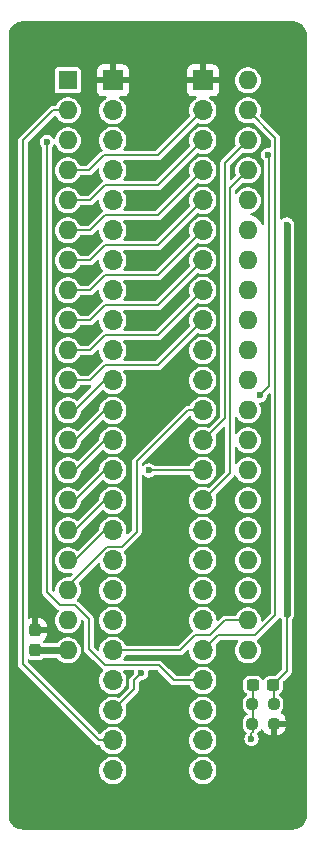
<source format=gbr>
G04 #@! TF.GenerationSoftware,KiCad,Pcbnew,8.0.4+dfsg-1*
G04 #@! TF.CreationDate,2025-02-10T13:10:00+09:00*
G04 #@! TF.ProjectId,bionic-tms9981,62696f6e-6963-42d7-946d-73393938312e,3*
G04 #@! TF.SameCoordinates,Original*
G04 #@! TF.FileFunction,Copper,L2,Bot*
G04 #@! TF.FilePolarity,Positive*
%FSLAX46Y46*%
G04 Gerber Fmt 4.6, Leading zero omitted, Abs format (unit mm)*
G04 Created by KiCad (PCBNEW 8.0.4+dfsg-1) date 2025-02-10 13:10:00*
%MOMM*%
%LPD*%
G01*
G04 APERTURE LIST*
G04 Aperture macros list*
%AMRoundRect*
0 Rectangle with rounded corners*
0 $1 Rounding radius*
0 $2 $3 $4 $5 $6 $7 $8 $9 X,Y pos of 4 corners*
0 Add a 4 corners polygon primitive as box body*
4,1,4,$2,$3,$4,$5,$6,$7,$8,$9,$2,$3,0*
0 Add four circle primitives for the rounded corners*
1,1,$1+$1,$2,$3*
1,1,$1+$1,$4,$5*
1,1,$1+$1,$6,$7*
1,1,$1+$1,$8,$9*
0 Add four rect primitives between the rounded corners*
20,1,$1+$1,$2,$3,$4,$5,0*
20,1,$1+$1,$4,$5,$6,$7,0*
20,1,$1+$1,$6,$7,$8,$9,0*
20,1,$1+$1,$8,$9,$2,$3,0*%
G04 Aperture macros list end*
G04 #@! TA.AperFunction,ComponentPad*
%ADD10R,1.600000X1.600000*%
G04 #@! TD*
G04 #@! TA.AperFunction,ComponentPad*
%ADD11O,1.600000X1.600000*%
G04 #@! TD*
G04 #@! TA.AperFunction,ComponentPad*
%ADD12R,1.700000X1.700000*%
G04 #@! TD*
G04 #@! TA.AperFunction,ComponentPad*
%ADD13O,1.700000X1.700000*%
G04 #@! TD*
G04 #@! TA.AperFunction,SMDPad,CuDef*
%ADD14RoundRect,0.237500X-0.250000X-0.237500X0.250000X-0.237500X0.250000X0.237500X-0.250000X0.237500X0*%
G04 #@! TD*
G04 #@! TA.AperFunction,SMDPad,CuDef*
%ADD15RoundRect,0.237500X0.300000X0.237500X-0.300000X0.237500X-0.300000X-0.237500X0.300000X-0.237500X0*%
G04 #@! TD*
G04 #@! TA.AperFunction,SMDPad,CuDef*
%ADD16RoundRect,0.237500X0.237500X-0.300000X0.237500X0.300000X-0.237500X0.300000X-0.237500X-0.300000X0*%
G04 #@! TD*
G04 #@! TA.AperFunction,SMDPad,CuDef*
%ADD17RoundRect,0.237500X0.250000X0.237500X-0.250000X0.237500X-0.250000X-0.237500X0.250000X-0.237500X0*%
G04 #@! TD*
G04 #@! TA.AperFunction,ViaPad*
%ADD18C,0.600000*%
G04 #@! TD*
G04 #@! TA.AperFunction,Conductor*
%ADD19C,0.200000*%
G04 #@! TD*
G04 #@! TA.AperFunction,Conductor*
%ADD20C,0.600000*%
G04 #@! TD*
G04 APERTURE END LIST*
D10*
X106080000Y-75080000D03*
D11*
X106080000Y-77620000D03*
X106080000Y-80160000D03*
X106080000Y-82700000D03*
X106080000Y-85240000D03*
X106080000Y-87780000D03*
X106080000Y-90320000D03*
X106080000Y-92860000D03*
X106080000Y-95400000D03*
X106080000Y-97940000D03*
X106080000Y-100480000D03*
X106080000Y-103020000D03*
X106080000Y-105560000D03*
X106080000Y-108100000D03*
X106080000Y-110640000D03*
X106080000Y-113180000D03*
X106080000Y-115720000D03*
X106080000Y-118260000D03*
X106080000Y-120800000D03*
X106080000Y-123340000D03*
X121320000Y-123340000D03*
X121320000Y-120800000D03*
X121320000Y-118260000D03*
X121320000Y-115720000D03*
X121320000Y-113180000D03*
X121320000Y-110640000D03*
X121320000Y-108100000D03*
X121320000Y-105560000D03*
X121320000Y-103020000D03*
X121320000Y-100480000D03*
X121320000Y-97940000D03*
X121320000Y-95400000D03*
X121320000Y-92860000D03*
X121320000Y-90320000D03*
X121320000Y-87780000D03*
X121320000Y-85240000D03*
X121320000Y-82700000D03*
X121320000Y-80160000D03*
X121320000Y-77620000D03*
X121320000Y-75080000D03*
D12*
X109890000Y-75080000D03*
D13*
X109890000Y-77620000D03*
X109890000Y-80160000D03*
X109890000Y-82700000D03*
X109890000Y-85240000D03*
X109890000Y-87780000D03*
X109890000Y-90320000D03*
X109890000Y-92860000D03*
X109890000Y-95400000D03*
X109890000Y-97940000D03*
X109890000Y-100480000D03*
X109890000Y-103020000D03*
X109890000Y-105560000D03*
X109890000Y-108100000D03*
X109890000Y-110640000D03*
X109890000Y-113180000D03*
X109890000Y-115720000D03*
X109890000Y-118260000D03*
X109890000Y-120800000D03*
X109890000Y-123340000D03*
X109890000Y-125880000D03*
X109890000Y-128420000D03*
X109890000Y-130960000D03*
X109890000Y-133500000D03*
D14*
X121702900Y-129537600D03*
X123527900Y-129537600D03*
D15*
X123477900Y-126261000D03*
X121752900Y-126261000D03*
D13*
X117510000Y-133500000D03*
X117510000Y-130960000D03*
X117510000Y-128420000D03*
X117510000Y-125880000D03*
X117510000Y-123340000D03*
X117510000Y-120800000D03*
X117510000Y-118260000D03*
X117510000Y-115720000D03*
X117510000Y-113180000D03*
X117510000Y-110640000D03*
X117510000Y-108100000D03*
X117510000Y-105560000D03*
X117510000Y-103020000D03*
X117510000Y-100480000D03*
X117510000Y-97940000D03*
X117510000Y-95400000D03*
X117510000Y-92860000D03*
X117510000Y-90320000D03*
X117510000Y-87780000D03*
X117510000Y-85240000D03*
X117510000Y-82700000D03*
X117510000Y-80160000D03*
X117510000Y-77620000D03*
D12*
X117510000Y-75080000D03*
D16*
X103336800Y-123338900D03*
X103336800Y-121613900D03*
D17*
X123527900Y-127886600D03*
X121702900Y-127886600D03*
D18*
X125790400Y-113840400D03*
X121218400Y-133728600D03*
X102651000Y-71778000D03*
X103540000Y-133119000D03*
X113700000Y-118641000D03*
X113700000Y-132357000D03*
X103286000Y-120038000D03*
X105953000Y-129944000D03*
X113700000Y-113688000D03*
X103286000Y-83970000D03*
X125028400Y-133779400D03*
X123047200Y-81379200D03*
X122336000Y-101750000D03*
X104321000Y-80287000D03*
X112938000Y-108100000D03*
X112303000Y-125245000D03*
X124622000Y-120292000D03*
X124616185Y-87277815D03*
X121624800Y-130807600D03*
D19*
X121624800Y-130807600D02*
X121624800Y-130350400D01*
X121624800Y-130350400D02*
X121727500Y-130247700D01*
X121727500Y-130247700D02*
X121727500Y-126286400D01*
X121727500Y-126286400D02*
X121752900Y-126261000D01*
X124622000Y-120292000D02*
X124622000Y-125091500D01*
X123502500Y-126211000D02*
X123502500Y-127886600D01*
X124622000Y-125091500D02*
X123502500Y-126211000D01*
D20*
X124622000Y-120292000D02*
X124622000Y-87283630D01*
X124622000Y-87283630D02*
X124616185Y-87277815D01*
D19*
X121320000Y-77620000D02*
X123647200Y-79947200D01*
X123647200Y-79947200D02*
X123647200Y-120377800D01*
X123647200Y-120377800D02*
X121955000Y-122070000D01*
X121955000Y-122070000D02*
X118780000Y-122070000D01*
X118780000Y-122070000D02*
X117510000Y-123340000D01*
X123047200Y-81379200D02*
X123098000Y-81430000D01*
X123098000Y-81430000D02*
X123098000Y-100988000D01*
X123098000Y-100988000D02*
X122336000Y-101750000D01*
D20*
X103337900Y-123340000D02*
X103336800Y-123338900D01*
X103337400Y-123339500D02*
X103336800Y-123338900D01*
X103337500Y-123339500D02*
X103337400Y-123339500D01*
X106080000Y-123340000D02*
X103337900Y-123340000D01*
D19*
X102270000Y-124483000D02*
X108747000Y-130960000D01*
X104810000Y-77620000D02*
X102270000Y-80160000D01*
X106080000Y-77620000D02*
X104810000Y-77620000D01*
X108747000Y-130960000D02*
X109890000Y-130960000D01*
X102270000Y-80160000D02*
X102270000Y-124483000D01*
X117510000Y-92860000D02*
X113700000Y-96670000D01*
X107985000Y-97940000D02*
X106080000Y-97940000D01*
X109255000Y-96670000D02*
X107985000Y-97940000D01*
X113700000Y-96670000D02*
X109255000Y-96670000D01*
X107985000Y-100480000D02*
X106080000Y-100480000D01*
X113700000Y-99210000D02*
X109255000Y-99210000D01*
X109255000Y-99210000D02*
X107985000Y-100480000D01*
X117510000Y-95400000D02*
X113700000Y-99210000D01*
X107985000Y-95400000D02*
X106080000Y-95400000D01*
X117510000Y-90320000D02*
X113700000Y-94130000D01*
X113700000Y-94130000D02*
X109255000Y-94130000D01*
X109255000Y-94130000D02*
X107985000Y-95400000D01*
X113700000Y-91590000D02*
X109255000Y-91590000D01*
X107985000Y-92860000D02*
X106080000Y-92860000D01*
X117510000Y-87780000D02*
X113700000Y-91590000D01*
X109255000Y-91590000D02*
X107985000Y-92860000D01*
X107985000Y-90320000D02*
X109255000Y-89050000D01*
X113700000Y-89050000D02*
X117510000Y-85240000D01*
X109255000Y-89050000D02*
X113700000Y-89050000D01*
X106080000Y-90320000D02*
X107985000Y-90320000D01*
X107985000Y-87780000D02*
X106080000Y-87780000D01*
X117510000Y-82700000D02*
X113700000Y-86510000D01*
X113700000Y-86510000D02*
X109255000Y-86510000D01*
X109255000Y-86510000D02*
X107985000Y-87780000D01*
X117510000Y-80160000D02*
X113700000Y-83970000D01*
X107985000Y-85240000D02*
X106080000Y-85240000D01*
X113700000Y-83970000D02*
X109255000Y-83970000D01*
X109255000Y-83970000D02*
X107985000Y-85240000D01*
X107858000Y-82700000D02*
X106080000Y-82700000D01*
X113700000Y-81430000D02*
X109128000Y-81430000D01*
X109128000Y-81430000D02*
X107858000Y-82700000D01*
X117510000Y-77620000D02*
X113700000Y-81430000D01*
X106715000Y-113180000D02*
X106080000Y-113180000D01*
X109255000Y-110640000D02*
X106715000Y-113180000D01*
X109890000Y-110640000D02*
X109255000Y-110640000D01*
X109255000Y-113180000D02*
X106715000Y-115720000D01*
X106715000Y-115720000D02*
X106080000Y-115720000D01*
X109890000Y-113180000D02*
X109255000Y-113180000D01*
X119396000Y-103674000D02*
X117792843Y-105277157D01*
X121320000Y-80160000D02*
X119396000Y-82084000D01*
X119396000Y-82084000D02*
X119396000Y-103674000D01*
X106715000Y-110640000D02*
X106080000Y-110640000D01*
X109890000Y-108100000D02*
X109255000Y-108100000D01*
X109255000Y-108100000D02*
X106715000Y-110640000D01*
X106715000Y-108100000D02*
X106080000Y-108100000D01*
X109890000Y-105560000D02*
X109255000Y-105560000D01*
X109255000Y-105560000D02*
X106715000Y-108100000D01*
X106715000Y-105560000D02*
X106080000Y-105560000D01*
X109255000Y-103020000D02*
X106715000Y-105560000D01*
X109890000Y-103020000D02*
X109255000Y-103020000D01*
X109890000Y-100480000D02*
X109191500Y-100480000D01*
X109191500Y-100480000D02*
X106651500Y-103020000D01*
X106651500Y-103020000D02*
X106080000Y-103020000D01*
X104321000Y-80287000D02*
X104321000Y-118406000D01*
X106705635Y-119530000D02*
X107858000Y-120682365D01*
X107858000Y-120682365D02*
X107858000Y-123213000D01*
X109255000Y-124610000D02*
X113827000Y-124610000D01*
X113827000Y-124610000D02*
X115097000Y-125880000D01*
X107858000Y-123213000D02*
X109255000Y-124610000D01*
X115097000Y-125880000D02*
X117510000Y-125880000D01*
X104321000Y-118406000D02*
X105445000Y-119530000D01*
X105445000Y-119530000D02*
X106705635Y-119530000D01*
X112938000Y-108100000D02*
X117510000Y-108100000D01*
X115605000Y-123340000D02*
X109890000Y-123340000D01*
X118145000Y-122070000D02*
X116875000Y-122070000D01*
X116875000Y-122070000D02*
X115605000Y-123340000D01*
X119415000Y-120800000D02*
X118145000Y-122070000D01*
X121320000Y-120800000D02*
X119415000Y-120800000D01*
X111668000Y-125880000D02*
X111668000Y-126642000D01*
X112303000Y-125245000D02*
X111668000Y-125880000D01*
X111668000Y-126642000D02*
X109890000Y-128420000D01*
X119796000Y-108354002D02*
X117792843Y-110357159D01*
X121320000Y-82700000D02*
X119796000Y-84224000D01*
X119796000Y-84224000D02*
X119796000Y-108354002D01*
X110634346Y-114570000D02*
X109413654Y-114570000D01*
X116240000Y-103020000D02*
X111922000Y-107338000D01*
X111922000Y-113282346D02*
X110634346Y-114570000D01*
X106080000Y-117903654D02*
X106080000Y-118260000D01*
X109413654Y-114570000D02*
X106080000Y-117903654D01*
X117510000Y-103020000D02*
X116240000Y-103020000D01*
X111922000Y-107338000D02*
X111922000Y-113282346D01*
G04 #@! TA.AperFunction,Conductor*
G36*
X125133875Y-70075805D02*
G01*
X125309097Y-70089594D01*
X125324430Y-70092023D01*
X125491550Y-70132145D01*
X125506317Y-70136943D01*
X125665104Y-70202715D01*
X125678926Y-70209758D01*
X125825469Y-70299560D01*
X125838032Y-70308688D01*
X125968717Y-70420303D01*
X125979699Y-70431285D01*
X126091311Y-70561967D01*
X126100440Y-70574532D01*
X126190238Y-70721068D01*
X126197287Y-70734902D01*
X126263054Y-70893678D01*
X126267855Y-70908453D01*
X126307975Y-71075564D01*
X126310405Y-71090907D01*
X126324195Y-71266123D01*
X126324500Y-71273891D01*
X126324500Y-137306108D01*
X126324195Y-137313876D01*
X126310405Y-137489092D01*
X126307975Y-137504435D01*
X126267855Y-137671546D01*
X126263054Y-137686321D01*
X126197287Y-137845097D01*
X126190234Y-137858939D01*
X126100442Y-138005465D01*
X126091311Y-138018032D01*
X125979699Y-138148714D01*
X125968714Y-138159699D01*
X125838032Y-138271311D01*
X125825465Y-138280442D01*
X125678939Y-138370234D01*
X125665097Y-138377287D01*
X125506321Y-138443054D01*
X125491546Y-138447855D01*
X125324435Y-138487975D01*
X125309092Y-138490405D01*
X125149743Y-138502946D01*
X125133874Y-138504195D01*
X125126108Y-138504500D01*
X102273892Y-138504500D01*
X102266125Y-138504195D01*
X102247014Y-138502691D01*
X102090907Y-138490405D01*
X102075564Y-138487975D01*
X101908453Y-138447855D01*
X101893678Y-138443054D01*
X101734902Y-138377287D01*
X101721068Y-138370238D01*
X101574532Y-138280440D01*
X101561967Y-138271311D01*
X101462706Y-138186535D01*
X101431282Y-138159696D01*
X101420303Y-138148717D01*
X101308688Y-138018032D01*
X101299560Y-138005469D01*
X101209758Y-137858926D01*
X101202715Y-137845104D01*
X101136943Y-137686317D01*
X101132144Y-137671546D01*
X101092024Y-137504435D01*
X101089594Y-137489097D01*
X101075805Y-137313875D01*
X101075500Y-137306108D01*
X101075500Y-133500000D01*
X108734571Y-133500000D01*
X108754244Y-133712310D01*
X108812595Y-133917389D01*
X108907634Y-134108255D01*
X109036128Y-134278407D01*
X109036135Y-134278413D01*
X109193692Y-134422047D01*
X109193699Y-134422053D01*
X109297389Y-134486255D01*
X109374981Y-134534298D01*
X109573802Y-134611321D01*
X109783390Y-134650500D01*
X109996610Y-134650500D01*
X110206198Y-134611321D01*
X110405019Y-134534298D01*
X110586302Y-134422052D01*
X110743872Y-134278407D01*
X110872366Y-134108255D01*
X110967405Y-133917389D01*
X111025756Y-133712310D01*
X111045429Y-133500000D01*
X116354571Y-133500000D01*
X116374244Y-133712310D01*
X116432595Y-133917389D01*
X116527634Y-134108255D01*
X116656128Y-134278407D01*
X116656135Y-134278413D01*
X116813692Y-134422047D01*
X116813699Y-134422053D01*
X116917389Y-134486255D01*
X116994981Y-134534298D01*
X117193802Y-134611321D01*
X117403390Y-134650500D01*
X117616610Y-134650500D01*
X117826198Y-134611321D01*
X118025019Y-134534298D01*
X118206302Y-134422052D01*
X118363872Y-134278407D01*
X118492366Y-134108255D01*
X118587405Y-133917389D01*
X118645756Y-133712310D01*
X118665429Y-133500000D01*
X118645756Y-133287690D01*
X118587405Y-133082611D01*
X118492366Y-132891745D01*
X118363872Y-132721593D01*
X118309623Y-132672139D01*
X118206307Y-132577952D01*
X118206300Y-132577946D01*
X118025024Y-132465705D01*
X118025019Y-132465702D01*
X117826195Y-132388678D01*
X117616610Y-132349500D01*
X117403390Y-132349500D01*
X117193804Y-132388678D01*
X116994980Y-132465702D01*
X116994975Y-132465705D01*
X116813699Y-132577946D01*
X116813692Y-132577952D01*
X116656135Y-132721586D01*
X116656131Y-132721589D01*
X116656128Y-132721593D01*
X116656125Y-132721597D01*
X116527635Y-132891743D01*
X116527630Y-132891752D01*
X116432596Y-133082608D01*
X116374244Y-133287688D01*
X116374244Y-133287690D01*
X116354571Y-133500000D01*
X111045429Y-133500000D01*
X111025756Y-133287690D01*
X110967405Y-133082611D01*
X110872366Y-132891745D01*
X110743872Y-132721593D01*
X110689623Y-132672139D01*
X110586307Y-132577952D01*
X110586300Y-132577946D01*
X110405024Y-132465705D01*
X110405019Y-132465702D01*
X110206195Y-132388678D01*
X109996610Y-132349500D01*
X109783390Y-132349500D01*
X109573804Y-132388678D01*
X109374980Y-132465702D01*
X109374975Y-132465705D01*
X109193699Y-132577946D01*
X109193692Y-132577952D01*
X109036135Y-132721586D01*
X109036131Y-132721589D01*
X109036128Y-132721593D01*
X109036125Y-132721597D01*
X108907635Y-132891743D01*
X108907630Y-132891752D01*
X108812596Y-133082608D01*
X108754244Y-133287688D01*
X108754244Y-133287690D01*
X108734571Y-133500000D01*
X101075500Y-133500000D01*
X101075500Y-80107273D01*
X101869500Y-80107273D01*
X101869500Y-124430273D01*
X101869500Y-124535727D01*
X101893570Y-124625559D01*
X101896794Y-124637592D01*
X101949516Y-124728908D01*
X101949518Y-124728910D01*
X101949520Y-124728913D01*
X108501087Y-131280480D01*
X108501089Y-131280481D01*
X108501091Y-131280483D01*
X108592408Y-131333205D01*
X108592406Y-131333205D01*
X108592410Y-131333206D01*
X108592412Y-131333207D01*
X108694273Y-131360500D01*
X108742887Y-131360500D01*
X108801078Y-131379407D01*
X108831508Y-131415372D01*
X108907634Y-131568255D01*
X109036128Y-131738407D01*
X109036135Y-131738413D01*
X109193692Y-131882047D01*
X109193699Y-131882053D01*
X109297389Y-131946255D01*
X109374981Y-131994298D01*
X109573802Y-132071321D01*
X109783390Y-132110500D01*
X109996610Y-132110500D01*
X110206198Y-132071321D01*
X110405019Y-131994298D01*
X110586302Y-131882052D01*
X110743872Y-131738407D01*
X110872366Y-131568255D01*
X110967405Y-131377389D01*
X111025756Y-131172310D01*
X111045429Y-130960000D01*
X116354571Y-130960000D01*
X116374244Y-131172310D01*
X116432595Y-131377389D01*
X116527634Y-131568255D01*
X116656128Y-131738407D01*
X116656135Y-131738413D01*
X116813692Y-131882047D01*
X116813699Y-131882053D01*
X116917389Y-131946255D01*
X116994981Y-131994298D01*
X117193802Y-132071321D01*
X117403390Y-132110500D01*
X117616610Y-132110500D01*
X117826198Y-132071321D01*
X118025019Y-131994298D01*
X118206302Y-131882052D01*
X118363872Y-131738407D01*
X118492366Y-131568255D01*
X118587405Y-131377389D01*
X118645756Y-131172310D01*
X118665429Y-130960000D01*
X118645756Y-130747690D01*
X118587405Y-130542611D01*
X118492366Y-130351745D01*
X118363872Y-130181593D01*
X118209933Y-130041258D01*
X118206307Y-130037952D01*
X118206300Y-130037946D01*
X118025024Y-129925705D01*
X118025019Y-129925702D01*
X118023847Y-129925248D01*
X117826198Y-129848679D01*
X117826197Y-129848678D01*
X117826195Y-129848678D01*
X117616610Y-129809500D01*
X117403390Y-129809500D01*
X117193804Y-129848678D01*
X116994980Y-129925702D01*
X116994975Y-129925705D01*
X116813699Y-130037946D01*
X116813692Y-130037952D01*
X116656135Y-130181586D01*
X116656131Y-130181589D01*
X116656128Y-130181593D01*
X116656125Y-130181597D01*
X116527635Y-130351743D01*
X116527630Y-130351752D01*
X116432596Y-130542608D01*
X116374244Y-130747688D01*
X116374244Y-130747690D01*
X116354571Y-130960000D01*
X111045429Y-130960000D01*
X111025756Y-130747690D01*
X110967405Y-130542611D01*
X110872366Y-130351745D01*
X110743872Y-130181593D01*
X110589933Y-130041258D01*
X110586307Y-130037952D01*
X110586300Y-130037946D01*
X110405024Y-129925705D01*
X110405019Y-129925702D01*
X110403847Y-129925248D01*
X110206198Y-129848679D01*
X110206197Y-129848678D01*
X110206195Y-129848678D01*
X109996610Y-129809500D01*
X109783390Y-129809500D01*
X109573804Y-129848678D01*
X109374980Y-129925702D01*
X109374975Y-129925705D01*
X109193699Y-130037946D01*
X109193692Y-130037952D01*
X109036135Y-130181586D01*
X109036119Y-130181603D01*
X108907641Y-130351733D01*
X108907634Y-130351745D01*
X108904520Y-130358000D01*
X108901652Y-130363759D01*
X108858788Y-130407421D01*
X108798447Y-130417550D01*
X108743677Y-130390277D01*
X108743027Y-130389634D01*
X102699496Y-124346103D01*
X102671719Y-124291586D01*
X102670500Y-124276099D01*
X102670500Y-124188247D01*
X102689407Y-124130056D01*
X102738907Y-124094092D01*
X102800093Y-124094092D01*
X102829319Y-124109363D01*
X102833142Y-124112262D01*
X102970723Y-124166517D01*
X103057182Y-124176900D01*
X103057184Y-124176900D01*
X103616416Y-124176900D01*
X103616418Y-124176900D01*
X103702877Y-124166517D01*
X103840458Y-124112262D01*
X103958300Y-124022900D01*
X103991074Y-123979680D01*
X104041301Y-123944738D01*
X104069958Y-123940500D01*
X105105137Y-123940500D01*
X105163328Y-123959407D01*
X105184138Y-123979836D01*
X105263236Y-124084579D01*
X105413959Y-124221981D01*
X105587363Y-124329348D01*
X105777544Y-124403024D01*
X105978024Y-124440500D01*
X106181976Y-124440500D01*
X106382456Y-124403024D01*
X106572637Y-124329348D01*
X106746041Y-124221981D01*
X106896764Y-124084579D01*
X107019673Y-123921821D01*
X107110582Y-123739250D01*
X107166397Y-123543083D01*
X107185215Y-123340000D01*
X107166397Y-123136917D01*
X107110582Y-122940750D01*
X107019673Y-122758179D01*
X106896764Y-122595421D01*
X106746041Y-122458019D01*
X106572637Y-122350652D01*
X106382456Y-122276976D01*
X106382455Y-122276975D01*
X106382453Y-122276975D01*
X106181976Y-122239500D01*
X105978024Y-122239500D01*
X105777546Y-122276975D01*
X105707632Y-122304059D01*
X105587363Y-122350652D01*
X105478676Y-122417948D01*
X105413959Y-122458019D01*
X105313570Y-122549536D01*
X105263236Y-122595421D01*
X105184139Y-122700162D01*
X105133984Y-122735204D01*
X105105137Y-122739500D01*
X104071626Y-122739500D01*
X104013435Y-122720593D01*
X103992745Y-122700323D01*
X103966633Y-122665890D01*
X103946540Y-122608102D01*
X103964251Y-122549536D01*
X103993548Y-122521812D01*
X104034835Y-122496346D01*
X104156746Y-122374435D01*
X104247251Y-122227706D01*
X104301481Y-122064048D01*
X104311800Y-121963055D01*
X104311800Y-121863901D01*
X104311799Y-121863900D01*
X103185800Y-121863900D01*
X103127609Y-121844993D01*
X103091645Y-121795493D01*
X103086800Y-121764900D01*
X103086800Y-120576401D01*
X103586800Y-120576401D01*
X103586800Y-121363899D01*
X103586801Y-121363900D01*
X104311798Y-121363900D01*
X104311799Y-121363899D01*
X104311799Y-121264745D01*
X104301482Y-121163757D01*
X104301479Y-121163745D01*
X104247251Y-121000093D01*
X104156746Y-120853364D01*
X104034835Y-120731453D01*
X103888106Y-120640948D01*
X103724448Y-120586718D01*
X103623455Y-120576400D01*
X103586801Y-120576400D01*
X103586800Y-120576401D01*
X103086800Y-120576401D01*
X103086800Y-120576400D01*
X103050157Y-120576400D01*
X103050151Y-120576401D01*
X102949157Y-120586717D01*
X102949145Y-120586720D01*
X102800640Y-120635929D01*
X102739455Y-120636285D01*
X102689747Y-120600609D01*
X102670502Y-120542530D01*
X102670500Y-120541954D01*
X102670500Y-80366901D01*
X102689407Y-80308710D01*
X102699496Y-80296897D01*
X102709394Y-80286999D01*
X103715318Y-80286999D01*
X103715318Y-80287000D01*
X103735955Y-80443758D01*
X103735957Y-80443766D01*
X103796462Y-80589838D01*
X103796462Y-80589839D01*
X103896668Y-80720431D01*
X103895283Y-80721493D01*
X103919279Y-80768569D01*
X103920500Y-80784071D01*
X103920500Y-118353273D01*
X103920500Y-118458727D01*
X103924140Y-118472311D01*
X103947794Y-118560592D01*
X104000516Y-118651908D01*
X104000518Y-118651910D01*
X104000520Y-118651913D01*
X105199087Y-119850480D01*
X105199089Y-119850481D01*
X105199091Y-119850483D01*
X105258756Y-119884931D01*
X105299697Y-119930400D01*
X105306093Y-119991251D01*
X105275954Y-120043827D01*
X105263238Y-120055419D01*
X105140328Y-120218177D01*
X105140323Y-120218186D01*
X105050040Y-120399500D01*
X105049418Y-120400750D01*
X104993603Y-120596917D01*
X104974785Y-120800000D01*
X104993603Y-121003083D01*
X105049418Y-121199250D01*
X105140327Y-121381821D01*
X105263236Y-121544579D01*
X105413959Y-121681981D01*
X105587363Y-121789348D01*
X105777544Y-121863024D01*
X105978024Y-121900500D01*
X106181976Y-121900500D01*
X106382456Y-121863024D01*
X106572637Y-121789348D01*
X106746041Y-121681981D01*
X106896764Y-121544579D01*
X107019673Y-121381821D01*
X107110582Y-121199250D01*
X107166397Y-121003083D01*
X107184755Y-120804960D01*
X107208950Y-120748766D01*
X107261557Y-120717522D01*
X107322481Y-120723168D01*
X107353336Y-120744094D01*
X107428504Y-120819262D01*
X107456281Y-120873779D01*
X107457500Y-120889266D01*
X107457500Y-123160273D01*
X107457500Y-123265727D01*
X107477401Y-123340000D01*
X107484794Y-123367592D01*
X107537516Y-123458908D01*
X107537517Y-123458909D01*
X107537518Y-123458910D01*
X107537520Y-123458913D01*
X108245123Y-124166516D01*
X108934519Y-124855912D01*
X108934520Y-124855913D01*
X108934519Y-124855913D01*
X109004214Y-124925607D01*
X109009087Y-124930480D01*
X109023318Y-124938696D01*
X109064258Y-124984164D01*
X109070655Y-125045014D01*
X109040517Y-125097591D01*
X109036131Y-125101589D01*
X109036128Y-125101592D01*
X108907640Y-125271736D01*
X108907630Y-125271752D01*
X108812596Y-125462608D01*
X108754244Y-125667688D01*
X108737175Y-125851901D01*
X108734571Y-125880000D01*
X108754244Y-126092310D01*
X108812595Y-126297389D01*
X108907634Y-126488255D01*
X109036128Y-126658407D01*
X109036135Y-126658413D01*
X109193692Y-126802047D01*
X109193699Y-126802053D01*
X109297389Y-126866255D01*
X109374981Y-126914298D01*
X109573802Y-126991321D01*
X109783390Y-127030500D01*
X109996610Y-127030500D01*
X110206198Y-126991321D01*
X110405019Y-126914298D01*
X110586302Y-126802052D01*
X110743872Y-126658407D01*
X110872366Y-126488255D01*
X110967405Y-126297389D01*
X111025756Y-126092310D01*
X111045429Y-125880000D01*
X111025756Y-125667690D01*
X110967405Y-125462611D01*
X110872366Y-125271745D01*
X110794896Y-125169159D01*
X110774918Y-125111330D01*
X110792747Y-125052799D01*
X110841573Y-125015927D01*
X110873901Y-125010500D01*
X111615303Y-125010500D01*
X111673494Y-125029407D01*
X111709458Y-125078907D01*
X111713455Y-125122420D01*
X111699509Y-125228350D01*
X111696471Y-125251433D01*
X111694743Y-125251205D01*
X111678411Y-125301472D01*
X111668322Y-125313284D01*
X111347520Y-125634086D01*
X111347516Y-125634091D01*
X111294793Y-125725411D01*
X111294792Y-125725411D01*
X111294793Y-125725412D01*
X111267500Y-125827273D01*
X111267500Y-126435098D01*
X111248593Y-126493289D01*
X111238504Y-126505102D01*
X110416673Y-127326932D01*
X110362156Y-127354709D01*
X110310907Y-127349243D01*
X110206198Y-127308679D01*
X110206197Y-127308678D01*
X110206195Y-127308678D01*
X109996610Y-127269500D01*
X109783390Y-127269500D01*
X109573804Y-127308678D01*
X109374980Y-127385702D01*
X109374975Y-127385705D01*
X109193699Y-127497946D01*
X109193692Y-127497952D01*
X109036135Y-127641586D01*
X109036131Y-127641589D01*
X109036128Y-127641593D01*
X109036125Y-127641597D01*
X108907635Y-127811743D01*
X108907630Y-127811752D01*
X108812596Y-128002608D01*
X108754244Y-128207688D01*
X108734571Y-128420000D01*
X108754244Y-128632311D01*
X108757160Y-128642559D01*
X108812595Y-128837389D01*
X108907634Y-129028255D01*
X109036128Y-129198407D01*
X109036135Y-129198413D01*
X109193692Y-129342047D01*
X109193699Y-129342053D01*
X109265645Y-129386600D01*
X109374981Y-129454298D01*
X109573802Y-129531321D01*
X109783390Y-129570500D01*
X109996610Y-129570500D01*
X110206198Y-129531321D01*
X110405019Y-129454298D01*
X110586302Y-129342052D01*
X110743872Y-129198407D01*
X110872366Y-129028255D01*
X110967405Y-128837389D01*
X111025756Y-128632310D01*
X111045429Y-128420000D01*
X116354571Y-128420000D01*
X116374244Y-128632311D01*
X116377160Y-128642559D01*
X116432595Y-128837389D01*
X116527634Y-129028255D01*
X116656128Y-129198407D01*
X116656135Y-129198413D01*
X116813692Y-129342047D01*
X116813699Y-129342053D01*
X116885645Y-129386600D01*
X116994981Y-129454298D01*
X117193802Y-129531321D01*
X117403390Y-129570500D01*
X117616610Y-129570500D01*
X117826198Y-129531321D01*
X118025019Y-129454298D01*
X118206302Y-129342052D01*
X118363872Y-129198407D01*
X118492366Y-129028255D01*
X118587405Y-128837389D01*
X118645756Y-128632310D01*
X118665429Y-128420000D01*
X118645756Y-128207690D01*
X118587405Y-128002611D01*
X118492366Y-127811745D01*
X118363872Y-127641593D01*
X118309623Y-127592139D01*
X118206307Y-127497952D01*
X118206300Y-127497946D01*
X118025024Y-127385705D01*
X118025019Y-127385702D01*
X117945016Y-127354709D01*
X117826198Y-127308679D01*
X117826197Y-127308678D01*
X117826195Y-127308678D01*
X117616610Y-127269500D01*
X117403390Y-127269500D01*
X117193804Y-127308678D01*
X116994980Y-127385702D01*
X116994975Y-127385705D01*
X116813699Y-127497946D01*
X116813692Y-127497952D01*
X116656135Y-127641586D01*
X116656131Y-127641589D01*
X116656128Y-127641593D01*
X116656125Y-127641597D01*
X116527635Y-127811743D01*
X116527630Y-127811752D01*
X116432596Y-128002608D01*
X116374244Y-128207688D01*
X116354571Y-128420000D01*
X111045429Y-128420000D01*
X111025756Y-128207690D01*
X110967405Y-128002611D01*
X110967401Y-128002604D01*
X110965752Y-127998344D01*
X110967132Y-127997809D01*
X110959019Y-127943364D01*
X110986648Y-127889742D01*
X111913910Y-126962481D01*
X111913913Y-126962480D01*
X111988480Y-126887913D01*
X112041207Y-126796587D01*
X112068501Y-126694727D01*
X112068501Y-126589273D01*
X112068501Y-126583211D01*
X112068500Y-126583193D01*
X112068500Y-126086900D01*
X112087407Y-126028709D01*
X112097496Y-126016896D01*
X112234714Y-125879678D01*
X112289231Y-125851901D01*
X112300447Y-125851018D01*
X112302999Y-125850681D01*
X112303000Y-125850682D01*
X112459762Y-125830044D01*
X112605841Y-125769536D01*
X112731282Y-125673282D01*
X112827536Y-125547841D01*
X112888044Y-125401762D01*
X112908682Y-125245000D01*
X112892544Y-125122420D01*
X112903694Y-125062262D01*
X112948076Y-125020144D01*
X112990697Y-125010500D01*
X113620099Y-125010500D01*
X113678290Y-125029407D01*
X113690103Y-125039496D01*
X114851087Y-126200480D01*
X114851089Y-126200481D01*
X114851090Y-126200482D01*
X114851091Y-126200483D01*
X114942408Y-126253205D01*
X114942406Y-126253205D01*
X114942410Y-126253206D01*
X114942412Y-126253207D01*
X115044273Y-126280500D01*
X116362887Y-126280500D01*
X116421078Y-126299407D01*
X116451508Y-126335372D01*
X116527634Y-126488255D01*
X116656128Y-126658407D01*
X116656135Y-126658413D01*
X116813692Y-126802047D01*
X116813699Y-126802053D01*
X116917389Y-126866255D01*
X116994981Y-126914298D01*
X117193802Y-126991321D01*
X117403390Y-127030500D01*
X117616610Y-127030500D01*
X117826198Y-126991321D01*
X118025019Y-126914298D01*
X118206302Y-126802052D01*
X118363872Y-126658407D01*
X118492366Y-126488255D01*
X118587405Y-126297389D01*
X118645756Y-126092310D01*
X118665429Y-125880000D01*
X118645756Y-125667690D01*
X118587405Y-125462611D01*
X118492366Y-125271745D01*
X118363872Y-125101593D01*
X118284688Y-125029407D01*
X118206307Y-124957952D01*
X118206300Y-124957946D01*
X118025024Y-124845705D01*
X118025019Y-124845702D01*
X117826195Y-124768678D01*
X117616610Y-124729500D01*
X117403390Y-124729500D01*
X117193804Y-124768678D01*
X116994980Y-124845702D01*
X116994975Y-124845705D01*
X116813699Y-124957946D01*
X116813692Y-124957952D01*
X116656135Y-125101586D01*
X116656131Y-125101589D01*
X116656128Y-125101593D01*
X116656125Y-125101597D01*
X116527635Y-125271743D01*
X116527630Y-125271752D01*
X116451508Y-125424628D01*
X116408646Y-125468290D01*
X116362887Y-125479500D01*
X115303901Y-125479500D01*
X115245710Y-125460593D01*
X115233897Y-125450504D01*
X114667992Y-124884599D01*
X114072913Y-124289520D01*
X114072910Y-124289518D01*
X114072909Y-124289517D01*
X114072908Y-124289516D01*
X113981591Y-124236794D01*
X113981593Y-124236794D01*
X113942070Y-124226204D01*
X113879727Y-124209500D01*
X113879725Y-124209500D01*
X110873901Y-124209500D01*
X110815710Y-124190593D01*
X110779746Y-124141093D01*
X110779746Y-124079907D01*
X110794897Y-124050839D01*
X110872366Y-123948255D01*
X110948492Y-123795372D01*
X110991354Y-123751710D01*
X111037113Y-123740500D01*
X115657725Y-123740500D01*
X115657727Y-123740500D01*
X115759588Y-123713207D01*
X115759590Y-123713205D01*
X115759592Y-123713205D01*
X115850908Y-123660483D01*
X115850908Y-123660482D01*
X115850913Y-123660480D01*
X116189913Y-123321478D01*
X116244430Y-123293701D01*
X116304862Y-123303272D01*
X116348127Y-123346537D01*
X116358494Y-123382346D01*
X116374244Y-123552310D01*
X116430979Y-123751710D01*
X116432596Y-123757391D01*
X116523772Y-123940500D01*
X116527634Y-123948255D01*
X116656128Y-124118407D01*
X116681013Y-124141093D01*
X116813692Y-124262047D01*
X116813699Y-124262053D01*
X116858055Y-124289517D01*
X116994981Y-124374298D01*
X117193802Y-124451321D01*
X117403390Y-124490500D01*
X117616610Y-124490500D01*
X117826198Y-124451321D01*
X118025019Y-124374298D01*
X118206302Y-124262052D01*
X118363872Y-124118407D01*
X118492366Y-123948255D01*
X118587405Y-123757389D01*
X118645756Y-123552310D01*
X118665429Y-123340000D01*
X118645756Y-123127690D01*
X118587405Y-122922611D01*
X118587401Y-122922604D01*
X118585752Y-122918344D01*
X118587129Y-122917810D01*
X118579021Y-122863350D01*
X118606649Y-122809742D01*
X118916897Y-122499496D01*
X118971413Y-122471719D01*
X118986900Y-122470500D01*
X120398754Y-122470500D01*
X120456945Y-122489407D01*
X120492909Y-122538907D01*
X120492909Y-122600093D01*
X120477760Y-122629155D01*
X120424140Y-122700161D01*
X120380328Y-122758177D01*
X120380323Y-122758186D01*
X120298450Y-122922611D01*
X120289418Y-122940750D01*
X120233603Y-123136917D01*
X120214785Y-123340000D01*
X120233603Y-123543083D01*
X120289418Y-123739250D01*
X120380327Y-123921821D01*
X120503236Y-124084579D01*
X120653959Y-124221981D01*
X120827363Y-124329348D01*
X121017544Y-124403024D01*
X121218024Y-124440500D01*
X121421976Y-124440500D01*
X121622456Y-124403024D01*
X121812637Y-124329348D01*
X121986041Y-124221981D01*
X122136764Y-124084579D01*
X122259673Y-123921821D01*
X122350582Y-123739250D01*
X122406397Y-123543083D01*
X122425215Y-123340000D01*
X122406397Y-123136917D01*
X122350582Y-122940750D01*
X122259673Y-122758179D01*
X122136764Y-122595421D01*
X122124047Y-122583828D01*
X122093782Y-122530654D01*
X122100552Y-122469844D01*
X122141241Y-122424931D01*
X122200913Y-122390480D01*
X123967680Y-120623713D01*
X123967681Y-120623710D01*
X123972268Y-120619124D01*
X123974302Y-120621158D01*
X124014802Y-120593267D01*
X124075968Y-120594810D01*
X124124546Y-120632010D01*
X124128743Y-120638655D01*
X124141480Y-120660716D01*
X124164973Y-120684209D01*
X124173498Y-120693931D01*
X124189304Y-120714530D01*
X124197670Y-120725433D01*
X124196284Y-120726495D01*
X124220279Y-120773569D01*
X124221500Y-120789071D01*
X124221500Y-124884599D01*
X124202593Y-124942790D01*
X124192504Y-124954603D01*
X123690603Y-125456504D01*
X123636086Y-125484281D01*
X123620599Y-125485500D01*
X123135779Y-125485500D01*
X123049320Y-125495883D01*
X122911741Y-125550138D01*
X122793903Y-125639497D01*
X122793897Y-125639503D01*
X122704538Y-125757341D01*
X122701696Y-125762397D01*
X122656697Y-125803854D01*
X122595924Y-125810944D01*
X122542590Y-125780959D01*
X122529104Y-125762397D01*
X122526261Y-125757341D01*
X122436900Y-125639500D01*
X122319058Y-125550138D01*
X122313226Y-125547838D01*
X122181479Y-125495883D01*
X122095020Y-125485500D01*
X122095018Y-125485500D01*
X121410782Y-125485500D01*
X121410779Y-125485500D01*
X121324320Y-125495883D01*
X121186741Y-125550138D01*
X121068903Y-125639497D01*
X121068897Y-125639503D01*
X120979538Y-125757341D01*
X120925283Y-125894920D01*
X120914900Y-125981379D01*
X120914900Y-126540620D01*
X120925283Y-126627079D01*
X120958399Y-126711054D01*
X120979538Y-126764658D01*
X121068900Y-126882500D01*
X121068903Y-126882502D01*
X121186740Y-126971861D01*
X121186741Y-126971861D01*
X121186742Y-126971862D01*
X121210790Y-126981345D01*
X121211697Y-126981703D01*
X121258894Y-127020640D01*
X121274190Y-127079882D01*
X121251743Y-127136802D01*
X121211697Y-127165897D01*
X121186740Y-127175738D01*
X121068903Y-127265097D01*
X121068897Y-127265103D01*
X120979538Y-127382941D01*
X120925283Y-127520520D01*
X120914900Y-127606979D01*
X120914900Y-128166220D01*
X120925283Y-128252679D01*
X120979538Y-128390258D01*
X121068900Y-128508100D01*
X121186742Y-128597462D01*
X121215118Y-128608652D01*
X121243901Y-128620003D01*
X121291098Y-128658939D01*
X121306395Y-128718182D01*
X121283949Y-128775101D01*
X121243901Y-128804197D01*
X121186741Y-128826738D01*
X121068903Y-128916097D01*
X121068897Y-128916103D01*
X120979538Y-129033941D01*
X120925283Y-129171520D01*
X120914900Y-129257979D01*
X120914900Y-129817220D01*
X120925283Y-129903679D01*
X120965924Y-130006736D01*
X120979538Y-130041258D01*
X121068900Y-130159100D01*
X121177062Y-130241121D01*
X121212004Y-130291347D01*
X121210751Y-130352520D01*
X121195785Y-130380272D01*
X121100262Y-130504760D01*
X121100262Y-130504761D01*
X121039757Y-130650833D01*
X121039755Y-130650841D01*
X121019118Y-130807599D01*
X121019118Y-130807600D01*
X121039755Y-130964358D01*
X121039757Y-130964366D01*
X121100262Y-131110438D01*
X121100262Y-131110439D01*
X121147738Y-131172311D01*
X121196518Y-131235882D01*
X121321959Y-131332136D01*
X121321960Y-131332136D01*
X121321961Y-131332137D01*
X121431209Y-131377389D01*
X121468038Y-131392644D01*
X121585609Y-131408122D01*
X121624799Y-131413282D01*
X121624800Y-131413282D01*
X121624801Y-131413282D01*
X121656152Y-131409154D01*
X121781562Y-131392644D01*
X121927641Y-131332136D01*
X122053082Y-131235882D01*
X122149336Y-131110441D01*
X122209844Y-130964362D01*
X122230482Y-130807600D01*
X122209844Y-130650838D01*
X122149336Y-130504759D01*
X122122661Y-130469996D01*
X122102238Y-130412321D01*
X122105577Y-130384112D01*
X122119903Y-130330647D01*
X122153228Y-130279334D01*
X122179205Y-130264177D01*
X122219058Y-130248462D01*
X122336900Y-130159100D01*
X122425944Y-130041677D01*
X122476169Y-130006736D01*
X122537342Y-130007989D01*
X122586095Y-130044959D01*
X122598802Y-130070357D01*
X122604948Y-130088906D01*
X122695453Y-130235635D01*
X122817364Y-130357546D01*
X122964093Y-130448051D01*
X123127751Y-130502281D01*
X123228745Y-130512599D01*
X123277900Y-130512598D01*
X123277900Y-129787601D01*
X123777900Y-129787601D01*
X123777900Y-130512598D01*
X123777901Y-130512599D01*
X123827054Y-130512599D01*
X123928042Y-130502282D01*
X123928054Y-130502279D01*
X124091706Y-130448051D01*
X124238435Y-130357546D01*
X124360346Y-130235635D01*
X124450851Y-130088906D01*
X124505081Y-129925248D01*
X124515400Y-129824255D01*
X124515400Y-129787601D01*
X124515399Y-129787600D01*
X123777901Y-129787600D01*
X123777900Y-129787601D01*
X123277900Y-129787601D01*
X123277900Y-129386600D01*
X123296807Y-129328409D01*
X123346307Y-129292445D01*
X123376900Y-129287600D01*
X124515398Y-129287600D01*
X124515399Y-129287599D01*
X124515399Y-129250945D01*
X124505082Y-129149957D01*
X124505079Y-129149945D01*
X124450851Y-128986293D01*
X124360346Y-128839564D01*
X124238436Y-128717654D01*
X124166807Y-128673472D01*
X124127206Y-128626831D01*
X124122583Y-128565820D01*
X124154704Y-128513745D01*
X124158931Y-128510350D01*
X124161900Y-128508100D01*
X124251262Y-128390258D01*
X124305517Y-128252677D01*
X124315900Y-128166218D01*
X124315900Y-127606982D01*
X124305517Y-127520523D01*
X124251262Y-127382942D01*
X124161900Y-127265100D01*
X124044058Y-127175738D01*
X124019100Y-127165896D01*
X123971906Y-127126961D01*
X123956609Y-127067719D01*
X123979055Y-127010799D01*
X124019100Y-126981704D01*
X124044058Y-126971862D01*
X124161900Y-126882500D01*
X124251262Y-126764658D01*
X124305517Y-126627077D01*
X124315900Y-126540618D01*
X124315900Y-126005000D01*
X124334807Y-125946809D01*
X124344896Y-125934996D01*
X124612204Y-125667688D01*
X124942480Y-125337413D01*
X124995207Y-125246088D01*
X125022500Y-125144227D01*
X125022500Y-125038773D01*
X125022500Y-120789071D01*
X125041407Y-120730881D01*
X125048724Y-120722313D01*
X125056693Y-120711925D01*
X125070500Y-120693932D01*
X125079034Y-120684201D01*
X125102520Y-120660716D01*
X125119125Y-120631954D01*
X125126314Y-120621193D01*
X125146536Y-120594841D01*
X125159247Y-120564150D01*
X125164973Y-120552542D01*
X125176609Y-120532388D01*
X125181577Y-120523784D01*
X125190171Y-120491704D01*
X125194331Y-120479451D01*
X125207044Y-120448762D01*
X125211379Y-120415827D01*
X125213903Y-120403138D01*
X125222500Y-120371057D01*
X125222500Y-120337849D01*
X125223347Y-120324927D01*
X125227682Y-120292000D01*
X125227682Y-120291999D01*
X125223347Y-120259071D01*
X125222500Y-120246149D01*
X125222500Y-87370675D01*
X125222501Y-87370662D01*
X125222501Y-87204571D01*
X125203979Y-87135452D01*
X125201450Y-87122734D01*
X125201229Y-87121053D01*
X125200574Y-87119473D01*
X125196415Y-87107221D01*
X125181577Y-87051846D01*
X125181576Y-87051844D01*
X125152916Y-87002202D01*
X125147189Y-86990588D01*
X125140722Y-86974976D01*
X125140722Y-86974975D01*
X125130429Y-86961562D01*
X125123232Y-86950790D01*
X125102522Y-86914917D01*
X125102521Y-86914916D01*
X125102520Y-86914914D01*
X125073217Y-86885611D01*
X125064680Y-86875875D01*
X125044471Y-86849538D01*
X125044470Y-86849537D01*
X125044467Y-86849533D01*
X125018118Y-86829315D01*
X125008389Y-86820782D01*
X124987261Y-86799655D01*
X124987261Y-86799656D01*
X124984900Y-86797295D01*
X124984898Y-86797294D01*
X124956140Y-86780690D01*
X124945375Y-86773497D01*
X124940035Y-86769399D01*
X124919026Y-86753279D01*
X124919025Y-86753278D01*
X124919023Y-86753277D01*
X124888340Y-86740567D01*
X124876729Y-86734841D01*
X124847972Y-86718238D01*
X124847968Y-86718237D01*
X124815890Y-86709641D01*
X124803633Y-86705480D01*
X124772952Y-86692773D01*
X124772944Y-86692770D01*
X124740019Y-86688435D01*
X124727325Y-86685909D01*
X124695246Y-86677314D01*
X124695242Y-86677314D01*
X124662027Y-86677314D01*
X124649105Y-86676467D01*
X124616186Y-86672133D01*
X124616184Y-86672133D01*
X124583265Y-86676467D01*
X124570343Y-86677314D01*
X124537128Y-86677314D01*
X124505043Y-86685910D01*
X124492350Y-86688435D01*
X124459420Y-86692771D01*
X124459417Y-86692772D01*
X124428738Y-86705479D01*
X124416483Y-86709640D01*
X124384400Y-86718237D01*
X124355635Y-86734844D01*
X124344030Y-86740567D01*
X124313343Y-86753279D01*
X124313338Y-86753282D01*
X124286988Y-86773501D01*
X124276227Y-86780691D01*
X124247467Y-86797297D01*
X124223988Y-86820775D01*
X124214258Y-86829308D01*
X124206971Y-86834900D01*
X124149296Y-86855327D01*
X124090629Y-86837952D01*
X124053380Y-86789412D01*
X124047700Y-86756361D01*
X124047700Y-79894474D01*
X124047699Y-79894470D01*
X124032976Y-79839518D01*
X124032976Y-79839517D01*
X124020407Y-79792612D01*
X124020405Y-79792608D01*
X123967683Y-79701291D01*
X123967682Y-79701290D01*
X123967681Y-79701289D01*
X123967680Y-79701287D01*
X122377336Y-78110943D01*
X122349559Y-78056426D01*
X122352118Y-78013848D01*
X122406397Y-77823083D01*
X122425215Y-77620000D01*
X122406397Y-77416917D01*
X122350582Y-77220750D01*
X122259673Y-77038179D01*
X122136764Y-76875421D01*
X121986041Y-76738019D01*
X121812637Y-76630652D01*
X121622456Y-76556976D01*
X121622455Y-76556975D01*
X121622453Y-76556975D01*
X121421976Y-76519500D01*
X121218024Y-76519500D01*
X121017546Y-76556975D01*
X120993055Y-76566463D01*
X120827363Y-76630652D01*
X120718676Y-76697948D01*
X120653959Y-76738019D01*
X120503237Y-76875420D01*
X120380328Y-77038177D01*
X120380323Y-77038186D01*
X120290040Y-77219500D01*
X120289418Y-77220750D01*
X120233603Y-77416917D01*
X120214785Y-77620000D01*
X120233603Y-77823083D01*
X120289418Y-78019250D01*
X120380327Y-78201821D01*
X120503236Y-78364579D01*
X120653959Y-78501981D01*
X120827363Y-78609348D01*
X121017544Y-78683024D01*
X121218024Y-78720500D01*
X121421976Y-78720500D01*
X121622456Y-78683024D01*
X121702259Y-78652107D01*
X121763351Y-78648718D01*
X121808026Y-78674419D01*
X123217704Y-80084097D01*
X123245481Y-80138614D01*
X123246700Y-80154101D01*
X123246700Y-80686894D01*
X123227793Y-80745085D01*
X123178293Y-80781049D01*
X123134779Y-80785047D01*
X123047202Y-80773518D01*
X123047199Y-80773518D01*
X122890441Y-80794155D01*
X122890433Y-80794157D01*
X122744361Y-80854662D01*
X122744360Y-80854662D01*
X122618923Y-80950913D01*
X122618913Y-80950923D01*
X122522662Y-81076360D01*
X122522662Y-81076361D01*
X122462157Y-81222433D01*
X122462155Y-81222441D01*
X122441518Y-81379199D01*
X122441518Y-81379200D01*
X122462155Y-81535958D01*
X122462157Y-81535966D01*
X122522662Y-81682038D01*
X122522662Y-81682039D01*
X122618913Y-81807476D01*
X122618918Y-81807482D01*
X122618922Y-81807485D01*
X122658767Y-81838059D01*
X122693423Y-81888483D01*
X122697500Y-81916601D01*
X122697500Y-87211434D01*
X122678593Y-87269625D01*
X122629093Y-87305589D01*
X122567907Y-87305589D01*
X122518407Y-87269625D01*
X122508776Y-87253273D01*
X122450139Y-87127527D01*
X122450135Y-87127519D01*
X122319665Y-86941188D01*
X122158811Y-86780334D01*
X121972481Y-86649865D01*
X121766323Y-86553733D01*
X121577151Y-86503044D01*
X121525836Y-86469720D01*
X121503910Y-86412598D01*
X121519746Y-86353498D01*
X121567296Y-86314992D01*
X121584568Y-86310106D01*
X121622456Y-86303024D01*
X121812637Y-86229348D01*
X121986041Y-86121981D01*
X122136764Y-85984579D01*
X122259673Y-85821821D01*
X122350582Y-85639250D01*
X122406397Y-85443083D01*
X122425215Y-85240000D01*
X122406397Y-85036917D01*
X122350582Y-84840750D01*
X122259673Y-84658179D01*
X122136764Y-84495421D01*
X121986041Y-84358019D01*
X121812637Y-84250652D01*
X121622456Y-84176976D01*
X121622455Y-84176975D01*
X121622453Y-84176975D01*
X121421976Y-84139500D01*
X121218024Y-84139500D01*
X121017546Y-84176975D01*
X120947632Y-84204059D01*
X120827363Y-84250652D01*
X120653959Y-84358019D01*
X120503236Y-84495421D01*
X120380327Y-84658179D01*
X120380326Y-84658180D01*
X120380326Y-84658181D01*
X120379671Y-84659239D01*
X120379272Y-84659576D01*
X120377569Y-84661832D01*
X120377060Y-84661447D01*
X120332961Y-84698760D01*
X120271943Y-84703278D01*
X120219923Y-84671067D01*
X120196770Y-84614431D01*
X120196500Y-84607121D01*
X120196500Y-84430900D01*
X120215407Y-84372709D01*
X120225490Y-84360902D01*
X120831975Y-83754416D01*
X120886490Y-83726641D01*
X120937735Y-83732106D01*
X121017544Y-83763024D01*
X121218024Y-83800500D01*
X121421976Y-83800500D01*
X121622456Y-83763024D01*
X121812637Y-83689348D01*
X121986041Y-83581981D01*
X122136764Y-83444579D01*
X122259673Y-83281821D01*
X122350582Y-83099250D01*
X122406397Y-82903083D01*
X122425215Y-82700000D01*
X122406397Y-82496917D01*
X122350582Y-82300750D01*
X122259673Y-82118179D01*
X122136764Y-81955421D01*
X121986041Y-81818019D01*
X121812637Y-81710652D01*
X121622456Y-81636976D01*
X121622455Y-81636975D01*
X121622453Y-81636975D01*
X121421976Y-81599500D01*
X121218024Y-81599500D01*
X121017546Y-81636975D01*
X120947632Y-81664059D01*
X120827363Y-81710652D01*
X120677881Y-81803207D01*
X120653959Y-81818019D01*
X120503237Y-81955420D01*
X120380328Y-82118177D01*
X120380323Y-82118186D01*
X120290647Y-82298281D01*
X120289418Y-82300750D01*
X120233603Y-82496917D01*
X120214785Y-82700000D01*
X120233603Y-82903083D01*
X120236229Y-82912311D01*
X120287880Y-83093845D01*
X120285619Y-83154989D01*
X120262663Y-83190941D01*
X119965504Y-83488101D01*
X119910987Y-83515879D01*
X119850555Y-83506308D01*
X119807290Y-83463043D01*
X119796500Y-83418098D01*
X119796500Y-82290900D01*
X119815407Y-82232709D01*
X119825490Y-82220902D01*
X120831975Y-81214416D01*
X120886490Y-81186641D01*
X120937735Y-81192106D01*
X121017544Y-81223024D01*
X121218024Y-81260500D01*
X121421976Y-81260500D01*
X121622456Y-81223024D01*
X121812637Y-81149348D01*
X121986041Y-81041981D01*
X122136764Y-80904579D01*
X122259673Y-80741821D01*
X122350582Y-80559250D01*
X122406397Y-80363083D01*
X122425215Y-80160000D01*
X122406397Y-79956917D01*
X122350582Y-79760750D01*
X122259673Y-79578179D01*
X122136764Y-79415421D01*
X121986041Y-79278019D01*
X121812637Y-79170652D01*
X121622456Y-79096976D01*
X121622455Y-79096975D01*
X121622453Y-79096975D01*
X121421976Y-79059500D01*
X121218024Y-79059500D01*
X121017546Y-79096975D01*
X120947632Y-79124059D01*
X120827363Y-79170652D01*
X120718676Y-79237948D01*
X120653959Y-79278019D01*
X120503237Y-79415420D01*
X120380328Y-79578177D01*
X120380323Y-79578186D01*
X120298450Y-79742611D01*
X120289418Y-79760750D01*
X120233603Y-79956917D01*
X120214785Y-80160000D01*
X120233603Y-80363083D01*
X120256560Y-80443766D01*
X120287880Y-80553845D01*
X120285619Y-80614989D01*
X120262663Y-80650941D01*
X119075520Y-81838086D01*
X119075516Y-81838091D01*
X119022794Y-81929407D01*
X119022793Y-81929412D01*
X119004013Y-81999500D01*
X119004013Y-81999501D01*
X119004012Y-81999500D01*
X118995500Y-82031271D01*
X118995500Y-103467098D01*
X118976593Y-103525289D01*
X118966504Y-103537102D01*
X118036673Y-104466932D01*
X117982156Y-104494709D01*
X117930907Y-104489243D01*
X117826198Y-104448679D01*
X117826197Y-104448678D01*
X117826195Y-104448678D01*
X117616610Y-104409500D01*
X117403390Y-104409500D01*
X117193804Y-104448678D01*
X116994980Y-104525702D01*
X116994975Y-104525705D01*
X116813699Y-104637946D01*
X116813692Y-104637952D01*
X116656135Y-104781586D01*
X116656131Y-104781589D01*
X116656128Y-104781593D01*
X116656125Y-104781597D01*
X116527635Y-104951743D01*
X116527630Y-104951752D01*
X116432596Y-105142608D01*
X116374244Y-105347688D01*
X116374244Y-105347690D01*
X116354571Y-105560000D01*
X116374244Y-105772310D01*
X116432595Y-105977389D01*
X116527634Y-106168255D01*
X116656128Y-106338407D01*
X116656135Y-106338413D01*
X116813692Y-106482047D01*
X116813699Y-106482053D01*
X116917389Y-106546255D01*
X116994981Y-106594298D01*
X117193802Y-106671321D01*
X117403390Y-106710500D01*
X117616610Y-106710500D01*
X117826198Y-106671321D01*
X118025019Y-106594298D01*
X118206302Y-106482052D01*
X118363872Y-106338407D01*
X118492366Y-106168255D01*
X118587405Y-105977389D01*
X118645756Y-105772310D01*
X118665429Y-105560000D01*
X118645756Y-105347690D01*
X118587405Y-105142611D01*
X118587401Y-105142604D01*
X118585752Y-105138344D01*
X118587132Y-105137809D01*
X118579019Y-105083364D01*
X118606648Y-105029743D01*
X119226497Y-104409895D01*
X119281013Y-104382119D01*
X119341445Y-104391690D01*
X119384710Y-104434955D01*
X119395500Y-104479900D01*
X119395500Y-108147100D01*
X119376593Y-108205291D01*
X119366504Y-108217104D01*
X118036675Y-109546932D01*
X117982158Y-109574709D01*
X117930909Y-109569243D01*
X117826197Y-109528678D01*
X117616610Y-109489500D01*
X117403390Y-109489500D01*
X117193804Y-109528678D01*
X116994980Y-109605702D01*
X116994975Y-109605705D01*
X116813699Y-109717946D01*
X116813692Y-109717952D01*
X116656135Y-109861586D01*
X116656131Y-109861589D01*
X116656128Y-109861593D01*
X116656125Y-109861597D01*
X116527635Y-110031743D01*
X116527630Y-110031752D01*
X116432596Y-110222608D01*
X116374244Y-110427688D01*
X116374244Y-110427690D01*
X116354571Y-110640000D01*
X116374244Y-110852310D01*
X116432595Y-111057389D01*
X116527634Y-111248255D01*
X116656128Y-111418407D01*
X116656135Y-111418413D01*
X116813692Y-111562047D01*
X116813699Y-111562053D01*
X116917389Y-111626255D01*
X116994981Y-111674298D01*
X117193802Y-111751321D01*
X117403390Y-111790500D01*
X117616610Y-111790500D01*
X117826198Y-111751321D01*
X118025019Y-111674298D01*
X118206302Y-111562052D01*
X118363872Y-111418407D01*
X118492366Y-111248255D01*
X118587405Y-111057389D01*
X118645756Y-110852310D01*
X118665429Y-110640000D01*
X120214785Y-110640000D01*
X120233603Y-110843083D01*
X120289418Y-111039250D01*
X120380327Y-111221821D01*
X120503236Y-111384579D01*
X120653959Y-111521981D01*
X120827363Y-111629348D01*
X121017544Y-111703024D01*
X121218024Y-111740500D01*
X121421976Y-111740500D01*
X121622456Y-111703024D01*
X121812637Y-111629348D01*
X121986041Y-111521981D01*
X122136764Y-111384579D01*
X122259673Y-111221821D01*
X122350582Y-111039250D01*
X122406397Y-110843083D01*
X122425215Y-110640000D01*
X122406397Y-110436917D01*
X122350582Y-110240750D01*
X122259673Y-110058179D01*
X122136764Y-109895421D01*
X121986041Y-109758019D01*
X121812637Y-109650652D01*
X121622456Y-109576976D01*
X121622455Y-109576975D01*
X121622453Y-109576975D01*
X121421976Y-109539500D01*
X121218024Y-109539500D01*
X121017546Y-109576975D01*
X120977350Y-109592547D01*
X120827363Y-109650652D01*
X120718676Y-109717948D01*
X120653959Y-109758019D01*
X120503237Y-109895420D01*
X120380328Y-110058177D01*
X120380323Y-110058186D01*
X120298450Y-110222611D01*
X120289418Y-110240750D01*
X120233603Y-110436917D01*
X120214785Y-110640000D01*
X118665429Y-110640000D01*
X118645756Y-110427690D01*
X118587405Y-110222611D01*
X118587404Y-110222608D01*
X118587401Y-110222598D01*
X118585751Y-110218339D01*
X118587132Y-110217804D01*
X118579020Y-110163365D01*
X118606649Y-110109744D01*
X120116480Y-108599915D01*
X120144068Y-108552130D01*
X120189537Y-108511191D01*
X120250387Y-108504795D01*
X120303375Y-108535388D01*
X120318424Y-108557503D01*
X120380327Y-108681821D01*
X120503236Y-108844579D01*
X120653959Y-108981981D01*
X120827363Y-109089348D01*
X121017544Y-109163024D01*
X121218024Y-109200500D01*
X121421976Y-109200500D01*
X121622456Y-109163024D01*
X121812637Y-109089348D01*
X121986041Y-108981981D01*
X122136764Y-108844579D01*
X122259673Y-108681821D01*
X122350582Y-108499250D01*
X122406397Y-108303083D01*
X122425215Y-108100000D01*
X122406397Y-107896917D01*
X122350582Y-107700750D01*
X122259673Y-107518179D01*
X122136764Y-107355421D01*
X121986041Y-107218019D01*
X121812637Y-107110652D01*
X121622456Y-107036976D01*
X121622455Y-107036975D01*
X121622453Y-107036975D01*
X121421976Y-106999500D01*
X121218024Y-106999500D01*
X121017546Y-107036975D01*
X120947632Y-107064059D01*
X120827363Y-107110652D01*
X120653959Y-107218019D01*
X120503236Y-107355421D01*
X120380327Y-107518179D01*
X120380326Y-107518180D01*
X120380326Y-107518181D01*
X120379671Y-107519239D01*
X120379272Y-107519576D01*
X120377569Y-107521832D01*
X120377060Y-107521447D01*
X120332961Y-107558760D01*
X120271943Y-107563278D01*
X120219923Y-107531067D01*
X120196770Y-107474431D01*
X120196500Y-107467121D01*
X120196500Y-106192878D01*
X120215407Y-106134687D01*
X120264907Y-106098723D01*
X120326093Y-106098723D01*
X120375593Y-106134687D01*
X120379676Y-106140768D01*
X120380321Y-106141809D01*
X120380327Y-106141821D01*
X120503236Y-106304579D01*
X120653959Y-106441981D01*
X120827363Y-106549348D01*
X121017544Y-106623024D01*
X121218024Y-106660500D01*
X121421976Y-106660500D01*
X121622456Y-106623024D01*
X121812637Y-106549348D01*
X121986041Y-106441981D01*
X122136764Y-106304579D01*
X122259673Y-106141821D01*
X122350582Y-105959250D01*
X122406397Y-105763083D01*
X122425215Y-105560000D01*
X122406397Y-105356917D01*
X122350582Y-105160750D01*
X122259673Y-104978179D01*
X122136764Y-104815421D01*
X121986041Y-104678019D01*
X121812637Y-104570652D01*
X121622456Y-104496976D01*
X121622455Y-104496975D01*
X121622453Y-104496975D01*
X121421976Y-104459500D01*
X121218024Y-104459500D01*
X121017546Y-104496975D01*
X120977353Y-104512546D01*
X120827363Y-104570652D01*
X120653959Y-104678019D01*
X120503236Y-104815421D01*
X120380327Y-104978179D01*
X120380326Y-104978180D01*
X120380326Y-104978181D01*
X120379671Y-104979239D01*
X120379272Y-104979576D01*
X120377569Y-104981832D01*
X120377060Y-104981447D01*
X120332961Y-105018760D01*
X120271943Y-105023278D01*
X120219923Y-104991067D01*
X120196770Y-104934431D01*
X120196500Y-104927121D01*
X120196500Y-103652878D01*
X120215407Y-103594687D01*
X120264907Y-103558723D01*
X120326093Y-103558723D01*
X120375593Y-103594687D01*
X120379676Y-103600768D01*
X120380321Y-103601809D01*
X120380327Y-103601821D01*
X120503236Y-103764579D01*
X120653959Y-103901981D01*
X120827363Y-104009348D01*
X121017544Y-104083024D01*
X121218024Y-104120500D01*
X121421976Y-104120500D01*
X121622456Y-104083024D01*
X121812637Y-104009348D01*
X121986041Y-103901981D01*
X122136764Y-103764579D01*
X122259673Y-103601821D01*
X122350582Y-103419250D01*
X122406397Y-103223083D01*
X122425215Y-103020000D01*
X122406397Y-102816917D01*
X122350582Y-102620750D01*
X122287647Y-102494360D01*
X122278635Y-102433844D01*
X122306915Y-102379587D01*
X122361686Y-102352314D01*
X122363263Y-102352092D01*
X122492762Y-102335044D01*
X122638841Y-102274536D01*
X122764282Y-102178282D01*
X122860536Y-102052841D01*
X122921044Y-101906762D01*
X122941682Y-101750000D01*
X122941682Y-101749999D01*
X122942529Y-101743567D01*
X122944256Y-101743794D01*
X122960589Y-101693527D01*
X122970678Y-101681714D01*
X123077696Y-101574696D01*
X123132213Y-101546919D01*
X123192645Y-101556490D01*
X123235910Y-101599755D01*
X123246700Y-101644700D01*
X123246700Y-120170898D01*
X123227793Y-120229089D01*
X123217704Y-120240902D01*
X122594130Y-120864475D01*
X122539613Y-120892252D01*
X122479181Y-120882681D01*
X122435916Y-120839416D01*
X122425548Y-120803605D01*
X122425214Y-120800005D01*
X122425215Y-120800000D01*
X122406397Y-120596917D01*
X122350582Y-120400750D01*
X122259673Y-120218179D01*
X122136764Y-120055421D01*
X121986041Y-119918019D01*
X121812637Y-119810652D01*
X121622456Y-119736976D01*
X121622455Y-119736975D01*
X121622453Y-119736975D01*
X121421976Y-119699500D01*
X121218024Y-119699500D01*
X121017546Y-119736975D01*
X120947632Y-119764059D01*
X120827363Y-119810652D01*
X120718676Y-119877948D01*
X120653959Y-119918019D01*
X120503237Y-120055420D01*
X120380328Y-120218177D01*
X120380323Y-120218186D01*
X120317363Y-120344628D01*
X120274500Y-120388291D01*
X120228742Y-120399500D01*
X119467727Y-120399500D01*
X119362273Y-120399500D01*
X119325329Y-120409399D01*
X119260407Y-120426794D01*
X119169091Y-120479516D01*
X119169086Y-120479520D01*
X118830085Y-120818520D01*
X118775569Y-120846297D01*
X118715137Y-120836726D01*
X118671872Y-120793461D01*
X118661505Y-120757653D01*
X118645756Y-120587690D01*
X118587405Y-120382611D01*
X118492366Y-120191745D01*
X118363872Y-120021593D01*
X118309623Y-119972139D01*
X118206307Y-119877952D01*
X118206300Y-119877946D01*
X118025024Y-119765705D01*
X118025019Y-119765702D01*
X117826195Y-119688678D01*
X117616610Y-119649500D01*
X117403390Y-119649500D01*
X117193804Y-119688678D01*
X116994980Y-119765702D01*
X116994975Y-119765705D01*
X116813699Y-119877946D01*
X116813692Y-119877952D01*
X116656135Y-120021586D01*
X116656131Y-120021589D01*
X116656128Y-120021593D01*
X116656125Y-120021597D01*
X116527635Y-120191743D01*
X116527630Y-120191752D01*
X116432596Y-120382608D01*
X116374244Y-120587688D01*
X116354571Y-120800000D01*
X116362842Y-120889266D01*
X116374244Y-121012310D01*
X116432595Y-121217389D01*
X116527634Y-121408255D01*
X116656128Y-121578407D01*
X116660511Y-121582403D01*
X116690779Y-121635576D01*
X116684011Y-121696386D01*
X116643321Y-121741301D01*
X116629089Y-121749518D01*
X115468103Y-122910504D01*
X115413586Y-122938281D01*
X115398099Y-122939500D01*
X111037113Y-122939500D01*
X110978922Y-122920593D01*
X110948492Y-122884628D01*
X110872369Y-122731752D01*
X110872366Y-122731745D01*
X110743872Y-122561593D01*
X110645286Y-122471719D01*
X110586307Y-122417952D01*
X110586300Y-122417946D01*
X110405024Y-122305705D01*
X110405019Y-122305702D01*
X110206195Y-122228678D01*
X109996610Y-122189500D01*
X109783390Y-122189500D01*
X109573804Y-122228678D01*
X109374980Y-122305702D01*
X109374975Y-122305705D01*
X109193699Y-122417946D01*
X109193692Y-122417952D01*
X109036135Y-122561586D01*
X109036131Y-122561589D01*
X109036128Y-122561593D01*
X109036125Y-122561597D01*
X108907635Y-122731743D01*
X108907630Y-122731752D01*
X108812596Y-122922608D01*
X108812595Y-122922611D01*
X108807790Y-122939500D01*
X108754244Y-123127688D01*
X108738495Y-123297651D01*
X108714299Y-123353849D01*
X108661691Y-123385092D01*
X108600767Y-123379446D01*
X108569913Y-123358520D01*
X108287496Y-123076103D01*
X108259719Y-123021586D01*
X108258500Y-123006099D01*
X108258500Y-120800000D01*
X108734571Y-120800000D01*
X108742842Y-120889266D01*
X108754244Y-121012310D01*
X108812595Y-121217389D01*
X108907634Y-121408255D01*
X109036128Y-121578407D01*
X109061013Y-121601093D01*
X109193692Y-121722047D01*
X109193699Y-121722053D01*
X109297389Y-121786255D01*
X109374981Y-121834298D01*
X109573802Y-121911321D01*
X109783390Y-121950500D01*
X109996610Y-121950500D01*
X110206198Y-121911321D01*
X110405019Y-121834298D01*
X110586302Y-121722052D01*
X110743872Y-121578407D01*
X110872366Y-121408255D01*
X110967405Y-121217389D01*
X111025756Y-121012310D01*
X111045429Y-120800000D01*
X111025756Y-120587690D01*
X110967405Y-120382611D01*
X110872366Y-120191745D01*
X110743872Y-120021593D01*
X110689623Y-119972139D01*
X110586307Y-119877952D01*
X110586300Y-119877946D01*
X110405024Y-119765705D01*
X110405019Y-119765702D01*
X110206195Y-119688678D01*
X109996610Y-119649500D01*
X109783390Y-119649500D01*
X109573804Y-119688678D01*
X109374980Y-119765702D01*
X109374975Y-119765705D01*
X109193699Y-119877946D01*
X109193692Y-119877952D01*
X109036135Y-120021586D01*
X109036131Y-120021589D01*
X109036128Y-120021593D01*
X109036125Y-120021597D01*
X108907635Y-120191743D01*
X108907630Y-120191752D01*
X108812596Y-120382608D01*
X108754244Y-120587688D01*
X108734571Y-120800000D01*
X108258500Y-120800000D01*
X108258500Y-120629639D01*
X108258500Y-120629638D01*
X108238257Y-120554088D01*
X108238257Y-120554087D01*
X108238257Y-120554086D01*
X108231207Y-120527777D01*
X108231205Y-120527773D01*
X108178483Y-120436456D01*
X108178481Y-120436454D01*
X108178480Y-120436452D01*
X106951548Y-119209520D01*
X106951545Y-119209518D01*
X106951543Y-119209516D01*
X106897612Y-119178379D01*
X106856671Y-119132910D01*
X106850275Y-119072059D01*
X106880419Y-119019479D01*
X106896764Y-119004579D01*
X107019673Y-118841821D01*
X107110582Y-118659250D01*
X107166397Y-118463083D01*
X107185215Y-118260000D01*
X108734571Y-118260000D01*
X108754244Y-118472310D01*
X108812595Y-118677389D01*
X108907634Y-118868255D01*
X109036128Y-119038407D01*
X109036135Y-119038413D01*
X109193692Y-119182047D01*
X109193699Y-119182053D01*
X109238060Y-119209520D01*
X109374981Y-119294298D01*
X109573802Y-119371321D01*
X109783390Y-119410500D01*
X109996610Y-119410500D01*
X110206198Y-119371321D01*
X110405019Y-119294298D01*
X110586302Y-119182052D01*
X110743872Y-119038407D01*
X110872366Y-118868255D01*
X110967405Y-118677389D01*
X111025756Y-118472310D01*
X111045429Y-118260000D01*
X116354571Y-118260000D01*
X116374244Y-118472310D01*
X116432595Y-118677389D01*
X116527634Y-118868255D01*
X116656128Y-119038407D01*
X116656135Y-119038413D01*
X116813692Y-119182047D01*
X116813699Y-119182053D01*
X116858060Y-119209520D01*
X116994981Y-119294298D01*
X117193802Y-119371321D01*
X117403390Y-119410500D01*
X117616610Y-119410500D01*
X117826198Y-119371321D01*
X118025019Y-119294298D01*
X118206302Y-119182052D01*
X118363872Y-119038407D01*
X118492366Y-118868255D01*
X118587405Y-118677389D01*
X118645756Y-118472310D01*
X118665429Y-118260000D01*
X120214785Y-118260000D01*
X120233603Y-118463083D01*
X120289418Y-118659250D01*
X120380327Y-118841821D01*
X120503236Y-119004579D01*
X120653959Y-119141981D01*
X120827363Y-119249348D01*
X121017544Y-119323024D01*
X121218024Y-119360500D01*
X121421976Y-119360500D01*
X121622456Y-119323024D01*
X121812637Y-119249348D01*
X121986041Y-119141981D01*
X122136764Y-119004579D01*
X122259673Y-118841821D01*
X122350582Y-118659250D01*
X122406397Y-118463083D01*
X122425215Y-118260000D01*
X122406397Y-118056917D01*
X122350582Y-117860750D01*
X122259673Y-117678179D01*
X122136764Y-117515421D01*
X121986041Y-117378019D01*
X121812637Y-117270652D01*
X121622456Y-117196976D01*
X121622455Y-117196975D01*
X121622453Y-117196975D01*
X121421976Y-117159500D01*
X121218024Y-117159500D01*
X121017546Y-117196975D01*
X120947632Y-117224059D01*
X120827363Y-117270652D01*
X120718676Y-117337948D01*
X120653959Y-117378019D01*
X120503237Y-117515420D01*
X120380328Y-117678177D01*
X120380323Y-117678186D01*
X120298450Y-117842611D01*
X120289418Y-117860750D01*
X120233603Y-118056917D01*
X120214785Y-118260000D01*
X118665429Y-118260000D01*
X118645756Y-118047690D01*
X118587405Y-117842611D01*
X118492366Y-117651745D01*
X118363872Y-117481593D01*
X118309623Y-117432139D01*
X118206307Y-117337952D01*
X118206300Y-117337946D01*
X118025024Y-117225705D01*
X118025019Y-117225702D01*
X117950865Y-117196975D01*
X117826198Y-117148679D01*
X117826197Y-117148678D01*
X117826195Y-117148678D01*
X117616610Y-117109500D01*
X117403390Y-117109500D01*
X117193804Y-117148678D01*
X116994980Y-117225702D01*
X116994975Y-117225705D01*
X116813699Y-117337946D01*
X116813692Y-117337952D01*
X116656135Y-117481586D01*
X116656131Y-117481589D01*
X116656128Y-117481593D01*
X116656125Y-117481597D01*
X116527635Y-117651743D01*
X116527630Y-117651752D01*
X116432596Y-117842608D01*
X116374244Y-118047688D01*
X116374244Y-118047690D01*
X116354571Y-118260000D01*
X111045429Y-118260000D01*
X111025756Y-118047690D01*
X110967405Y-117842611D01*
X110872366Y-117651745D01*
X110743872Y-117481593D01*
X110689623Y-117432139D01*
X110586307Y-117337952D01*
X110586300Y-117337946D01*
X110405024Y-117225705D01*
X110405019Y-117225702D01*
X110330865Y-117196975D01*
X110206198Y-117148679D01*
X110206197Y-117148678D01*
X110206195Y-117148678D01*
X109996610Y-117109500D01*
X109783390Y-117109500D01*
X109573804Y-117148678D01*
X109374980Y-117225702D01*
X109374975Y-117225705D01*
X109193699Y-117337946D01*
X109193692Y-117337952D01*
X109036135Y-117481586D01*
X109036131Y-117481589D01*
X109036128Y-117481593D01*
X109036125Y-117481597D01*
X108907635Y-117651743D01*
X108907630Y-117651752D01*
X108812596Y-117842608D01*
X108754244Y-118047688D01*
X108754244Y-118047690D01*
X108734571Y-118260000D01*
X107185215Y-118260000D01*
X107166397Y-118056917D01*
X107110582Y-117860750D01*
X107019673Y-117678179D01*
X107007993Y-117662713D01*
X106988016Y-117604882D01*
X107005846Y-117546352D01*
X107016989Y-117533055D01*
X108604887Y-115945157D01*
X108659402Y-115917382D01*
X108719834Y-115926953D01*
X108763099Y-115970218D01*
X108770107Y-115988064D01*
X108812595Y-116137389D01*
X108907634Y-116328255D01*
X109036128Y-116498407D01*
X109036135Y-116498413D01*
X109193692Y-116642047D01*
X109193699Y-116642053D01*
X109297389Y-116706255D01*
X109374981Y-116754298D01*
X109573802Y-116831321D01*
X109783390Y-116870500D01*
X109996610Y-116870500D01*
X110206198Y-116831321D01*
X110405019Y-116754298D01*
X110586302Y-116642052D01*
X110743872Y-116498407D01*
X110872366Y-116328255D01*
X110967405Y-116137389D01*
X111025756Y-115932310D01*
X111045429Y-115720000D01*
X116354571Y-115720000D01*
X116373389Y-115923089D01*
X116374244Y-115932310D01*
X116432595Y-116137389D01*
X116527634Y-116328255D01*
X116656128Y-116498407D01*
X116656135Y-116498413D01*
X116813692Y-116642047D01*
X116813699Y-116642053D01*
X116917389Y-116706255D01*
X116994981Y-116754298D01*
X117193802Y-116831321D01*
X117403390Y-116870500D01*
X117616610Y-116870500D01*
X117826198Y-116831321D01*
X118025019Y-116754298D01*
X118206302Y-116642052D01*
X118363872Y-116498407D01*
X118492366Y-116328255D01*
X118587405Y-116137389D01*
X118645756Y-115932310D01*
X118665429Y-115720000D01*
X120214785Y-115720000D01*
X120233603Y-115923083D01*
X120289418Y-116119250D01*
X120380327Y-116301821D01*
X120503236Y-116464579D01*
X120653959Y-116601981D01*
X120827363Y-116709348D01*
X121017544Y-116783024D01*
X121218024Y-116820500D01*
X121421976Y-116820500D01*
X121622456Y-116783024D01*
X121812637Y-116709348D01*
X121986041Y-116601981D01*
X122136764Y-116464579D01*
X122259673Y-116301821D01*
X122350582Y-116119250D01*
X122406397Y-115923083D01*
X122425215Y-115720000D01*
X122406397Y-115516917D01*
X122350582Y-115320750D01*
X122259673Y-115138179D01*
X122136764Y-114975421D01*
X121986041Y-114838019D01*
X121812637Y-114730652D01*
X121622456Y-114656976D01*
X121622455Y-114656975D01*
X121622453Y-114656975D01*
X121421976Y-114619500D01*
X121218024Y-114619500D01*
X121017546Y-114656975D01*
X120947632Y-114684059D01*
X120827363Y-114730652D01*
X120653959Y-114838019D01*
X120503236Y-114975421D01*
X120463388Y-115028188D01*
X120380328Y-115138177D01*
X120380323Y-115138186D01*
X120298450Y-115302611D01*
X120289418Y-115320750D01*
X120233603Y-115516917D01*
X120214785Y-115720000D01*
X118665429Y-115720000D01*
X118645756Y-115507690D01*
X118587405Y-115302611D01*
X118492366Y-115111745D01*
X118363872Y-114941593D01*
X118250260Y-114838021D01*
X118206307Y-114797952D01*
X118206300Y-114797946D01*
X118025024Y-114685705D01*
X118025019Y-114685702D01*
X117826195Y-114608678D01*
X117616610Y-114569500D01*
X117403390Y-114569500D01*
X117193804Y-114608678D01*
X116994980Y-114685702D01*
X116994975Y-114685705D01*
X116813699Y-114797946D01*
X116813692Y-114797952D01*
X116656135Y-114941586D01*
X116656131Y-114941589D01*
X116656128Y-114941593D01*
X116656125Y-114941597D01*
X116527635Y-115111743D01*
X116527630Y-115111752D01*
X116432596Y-115302608D01*
X116374244Y-115507688D01*
X116354571Y-115720000D01*
X111045429Y-115720000D01*
X111025756Y-115507690D01*
X110967405Y-115302611D01*
X110872366Y-115111745D01*
X110825906Y-115050222D01*
X110805927Y-114992393D01*
X110823755Y-114933863D01*
X110855411Y-114904826D01*
X110880259Y-114890480D01*
X112167910Y-113602827D01*
X112167913Y-113602826D01*
X112242480Y-113528259D01*
X112268843Y-113482596D01*
X112295207Y-113436934D01*
X112322501Y-113335073D01*
X112322501Y-113229619D01*
X112322501Y-113223557D01*
X112322500Y-113223539D01*
X112322500Y-113180000D01*
X116354571Y-113180000D01*
X116371401Y-113361634D01*
X116374244Y-113392310D01*
X116432595Y-113597389D01*
X116527634Y-113788255D01*
X116656128Y-113958407D01*
X116656135Y-113958413D01*
X116813692Y-114102047D01*
X116813699Y-114102053D01*
X116883273Y-114145131D01*
X116994981Y-114214298D01*
X117193802Y-114291321D01*
X117403390Y-114330500D01*
X117616610Y-114330500D01*
X117826198Y-114291321D01*
X118025019Y-114214298D01*
X118206302Y-114102052D01*
X118363872Y-113958407D01*
X118492366Y-113788255D01*
X118587405Y-113597389D01*
X118645756Y-113392310D01*
X118665429Y-113180000D01*
X120214785Y-113180000D01*
X120233603Y-113383083D01*
X120289418Y-113579250D01*
X120380327Y-113761821D01*
X120503236Y-113924579D01*
X120653959Y-114061981D01*
X120827363Y-114169348D01*
X121017544Y-114243024D01*
X121218024Y-114280500D01*
X121421976Y-114280500D01*
X121622456Y-114243024D01*
X121812637Y-114169348D01*
X121986041Y-114061981D01*
X122136764Y-113924579D01*
X122259673Y-113761821D01*
X122350582Y-113579250D01*
X122406397Y-113383083D01*
X122425215Y-113180000D01*
X122406397Y-112976917D01*
X122350582Y-112780750D01*
X122259673Y-112598179D01*
X122136764Y-112435421D01*
X121986041Y-112298019D01*
X121812637Y-112190652D01*
X121622456Y-112116976D01*
X121622455Y-112116975D01*
X121622453Y-112116975D01*
X121421976Y-112079500D01*
X121218024Y-112079500D01*
X121017546Y-112116975D01*
X120947632Y-112144059D01*
X120827363Y-112190652D01*
X120718676Y-112257948D01*
X120653959Y-112298019D01*
X120503237Y-112435420D01*
X120380328Y-112598177D01*
X120380323Y-112598186D01*
X120298450Y-112762611D01*
X120289418Y-112780750D01*
X120233603Y-112976917D01*
X120214785Y-113180000D01*
X118665429Y-113180000D01*
X118645756Y-112967690D01*
X118587405Y-112762611D01*
X118492366Y-112571745D01*
X118363872Y-112401593D01*
X118250260Y-112298021D01*
X118206307Y-112257952D01*
X118206300Y-112257946D01*
X118025024Y-112145705D01*
X118025019Y-112145702D01*
X117826195Y-112068678D01*
X117616610Y-112029500D01*
X117403390Y-112029500D01*
X117193804Y-112068678D01*
X116994980Y-112145702D01*
X116994975Y-112145705D01*
X116813699Y-112257946D01*
X116813692Y-112257952D01*
X116656135Y-112401586D01*
X116656131Y-112401589D01*
X116656128Y-112401593D01*
X116656125Y-112401597D01*
X116527635Y-112571743D01*
X116527630Y-112571752D01*
X116432596Y-112762608D01*
X116374244Y-112967688D01*
X116354571Y-113180000D01*
X112322500Y-113180000D01*
X112322500Y-108575939D01*
X112341407Y-108517748D01*
X112390907Y-108481784D01*
X112452093Y-108481784D01*
X112500042Y-108515672D01*
X112501359Y-108517389D01*
X112509718Y-108528282D01*
X112635159Y-108624536D01*
X112781238Y-108685044D01*
X112898809Y-108700522D01*
X112937999Y-108705682D01*
X112938000Y-108705682D01*
X112938001Y-108705682D01*
X112969352Y-108701554D01*
X113094762Y-108685044D01*
X113240841Y-108624536D01*
X113366282Y-108528282D01*
X113366281Y-108528282D01*
X113371430Y-108524332D01*
X113372490Y-108525713D01*
X113419584Y-108501719D01*
X113435071Y-108500500D01*
X116362887Y-108500500D01*
X116421078Y-108519407D01*
X116451508Y-108555372D01*
X116527634Y-108708255D01*
X116656128Y-108878407D01*
X116656135Y-108878413D01*
X116813692Y-109022047D01*
X116813699Y-109022053D01*
X116917389Y-109086255D01*
X116994981Y-109134298D01*
X117193802Y-109211321D01*
X117403390Y-109250500D01*
X117616610Y-109250500D01*
X117826198Y-109211321D01*
X118025019Y-109134298D01*
X118206302Y-109022052D01*
X118363872Y-108878407D01*
X118492366Y-108708255D01*
X118587405Y-108517389D01*
X118645756Y-108312310D01*
X118665429Y-108100000D01*
X118645756Y-107887690D01*
X118587405Y-107682611D01*
X118492366Y-107491745D01*
X118363872Y-107321593D01*
X118250260Y-107218021D01*
X118206307Y-107177952D01*
X118206300Y-107177946D01*
X118025024Y-107065705D01*
X118025019Y-107065702D01*
X117826195Y-106988678D01*
X117616610Y-106949500D01*
X117403390Y-106949500D01*
X117193804Y-106988678D01*
X116994980Y-107065702D01*
X116994975Y-107065705D01*
X116813699Y-107177946D01*
X116813692Y-107177952D01*
X116656135Y-107321586D01*
X116656131Y-107321589D01*
X116656128Y-107321593D01*
X116656125Y-107321597D01*
X116527635Y-107491743D01*
X116527630Y-107491752D01*
X116451508Y-107644628D01*
X116408646Y-107688290D01*
X116362887Y-107699500D01*
X113435071Y-107699500D01*
X113376880Y-107680593D01*
X113368312Y-107673276D01*
X113330977Y-107644628D01*
X113240841Y-107575464D01*
X113240840Y-107575463D01*
X113240838Y-107575462D01*
X113094766Y-107514957D01*
X113094758Y-107514955D01*
X112938001Y-107494318D01*
X112937999Y-107494318D01*
X112781241Y-107514955D01*
X112781233Y-107514957D01*
X112635161Y-107575462D01*
X112635160Y-107575462D01*
X112509723Y-107671713D01*
X112509715Y-107671721D01*
X112500041Y-107684329D01*
X112449616Y-107718984D01*
X112388451Y-107717381D01*
X112339910Y-107680133D01*
X112322500Y-107624060D01*
X112322500Y-107544901D01*
X112341407Y-107486710D01*
X112351496Y-107474897D01*
X114317052Y-105509341D01*
X116320812Y-103505580D01*
X116375327Y-103477805D01*
X116435759Y-103487376D01*
X116479024Y-103530641D01*
X116479435Y-103531458D01*
X116514472Y-103601822D01*
X116527634Y-103628255D01*
X116656128Y-103798407D01*
X116656135Y-103798413D01*
X116813692Y-103942047D01*
X116813699Y-103942053D01*
X116917389Y-104006255D01*
X116994981Y-104054298D01*
X117193802Y-104131321D01*
X117403390Y-104170500D01*
X117616610Y-104170500D01*
X117826198Y-104131321D01*
X118025019Y-104054298D01*
X118206302Y-103942052D01*
X118363872Y-103798407D01*
X118492366Y-103628255D01*
X118587405Y-103437389D01*
X118645756Y-103232310D01*
X118665429Y-103020000D01*
X118645756Y-102807690D01*
X118587405Y-102602611D01*
X118492366Y-102411745D01*
X118363872Y-102241593D01*
X118250260Y-102138021D01*
X118206307Y-102097952D01*
X118206300Y-102097946D01*
X118025024Y-101985705D01*
X118025019Y-101985702D01*
X117950865Y-101956975D01*
X117826198Y-101908679D01*
X117826197Y-101908678D01*
X117826195Y-101908678D01*
X117616610Y-101869500D01*
X117403390Y-101869500D01*
X117193804Y-101908678D01*
X116994980Y-101985702D01*
X116994975Y-101985705D01*
X116813699Y-102097946D01*
X116813692Y-102097952D01*
X116656135Y-102241586D01*
X116656131Y-102241589D01*
X116656128Y-102241593D01*
X116656125Y-102241597D01*
X116527635Y-102411743D01*
X116527630Y-102411752D01*
X116451508Y-102564628D01*
X116408646Y-102608290D01*
X116362887Y-102619500D01*
X116292727Y-102619500D01*
X116187273Y-102619500D01*
X116124929Y-102636204D01*
X116085407Y-102646794D01*
X115994091Y-102699516D01*
X111601516Y-107092091D01*
X111548793Y-107183411D01*
X111548792Y-107183411D01*
X111548793Y-107183412D01*
X111521500Y-107285273D01*
X111521500Y-113075445D01*
X111502593Y-113133636D01*
X111492503Y-113145449D01*
X111197178Y-113440773D01*
X111142662Y-113468550D01*
X111082230Y-113458979D01*
X111038965Y-113415714D01*
X111028598Y-113361639D01*
X111045429Y-113180000D01*
X111025756Y-112967690D01*
X110967405Y-112762611D01*
X110872366Y-112571745D01*
X110743872Y-112401593D01*
X110630260Y-112298021D01*
X110586307Y-112257952D01*
X110586300Y-112257946D01*
X110405024Y-112145705D01*
X110405019Y-112145702D01*
X110206195Y-112068678D01*
X109996610Y-112029500D01*
X109783390Y-112029500D01*
X109573804Y-112068678D01*
X109374980Y-112145702D01*
X109374975Y-112145705D01*
X109193699Y-112257946D01*
X109193692Y-112257952D01*
X109036135Y-112401586D01*
X109036131Y-112401589D01*
X109036128Y-112401593D01*
X109036125Y-112401597D01*
X108907635Y-112571743D01*
X108907630Y-112571752D01*
X108812596Y-112762608D01*
X108754244Y-112967688D01*
X108742563Y-113093747D01*
X108718366Y-113149945D01*
X108713989Y-113154616D01*
X106961733Y-114906872D01*
X106907216Y-114934649D01*
X106846784Y-114925078D01*
X106825035Y-114910031D01*
X106746041Y-114838019D01*
X106572637Y-114730652D01*
X106382456Y-114656976D01*
X106382455Y-114656975D01*
X106382453Y-114656975D01*
X106181976Y-114619500D01*
X105978024Y-114619500D01*
X105777546Y-114656975D01*
X105707632Y-114684059D01*
X105587363Y-114730652D01*
X105413959Y-114838019D01*
X105263236Y-114975421D01*
X105223388Y-115028188D01*
X105140328Y-115138177D01*
X105140323Y-115138186D01*
X105058450Y-115302611D01*
X105049418Y-115320750D01*
X104993603Y-115516917D01*
X104974785Y-115720000D01*
X104993603Y-115923083D01*
X105049418Y-116119250D01*
X105140327Y-116301821D01*
X105263236Y-116464579D01*
X105413959Y-116601981D01*
X105587363Y-116709348D01*
X105777544Y-116783024D01*
X105978024Y-116820500D01*
X106181976Y-116820500D01*
X106377865Y-116783882D01*
X106438538Y-116791774D01*
X106482985Y-116833823D01*
X106494228Y-116893967D01*
X106467972Y-116949232D01*
X106466059Y-116951200D01*
X106282723Y-117134536D01*
X106228206Y-117162313D01*
X106194531Y-117161847D01*
X106181976Y-117159500D01*
X105978024Y-117159500D01*
X105777546Y-117196975D01*
X105707632Y-117224059D01*
X105587363Y-117270652D01*
X105478676Y-117337948D01*
X105413959Y-117378019D01*
X105263237Y-117515420D01*
X105140328Y-117678177D01*
X105140323Y-117678186D01*
X105058450Y-117842611D01*
X105049418Y-117860750D01*
X104993603Y-118056917D01*
X104976629Y-118240107D01*
X104974451Y-118263607D01*
X104950255Y-118319805D01*
X104897648Y-118351048D01*
X104836723Y-118345402D01*
X104805869Y-118324476D01*
X104750496Y-118269103D01*
X104722719Y-118214586D01*
X104721500Y-118199099D01*
X104721500Y-113180000D01*
X104974785Y-113180000D01*
X104993603Y-113383083D01*
X105049418Y-113579250D01*
X105140327Y-113761821D01*
X105263236Y-113924579D01*
X105413959Y-114061981D01*
X105587363Y-114169348D01*
X105777544Y-114243024D01*
X105978024Y-114280500D01*
X106181976Y-114280500D01*
X106382456Y-114243024D01*
X106572637Y-114169348D01*
X106746041Y-114061981D01*
X106896764Y-113924579D01*
X107019673Y-113761821D01*
X107110582Y-113579250D01*
X107166397Y-113383083D01*
X107172094Y-113321591D01*
X107196288Y-113265397D01*
X107200652Y-113260739D01*
X108972874Y-111488517D01*
X109027389Y-111460742D01*
X109087821Y-111470313D01*
X109109572Y-111485361D01*
X109193698Y-111562052D01*
X109193699Y-111562053D01*
X109297389Y-111626255D01*
X109374981Y-111674298D01*
X109573802Y-111751321D01*
X109783390Y-111790500D01*
X109996610Y-111790500D01*
X110206198Y-111751321D01*
X110405019Y-111674298D01*
X110586302Y-111562052D01*
X110743872Y-111418407D01*
X110872366Y-111248255D01*
X110967405Y-111057389D01*
X111025756Y-110852310D01*
X111045429Y-110640000D01*
X111025756Y-110427690D01*
X110967405Y-110222611D01*
X110872366Y-110031745D01*
X110743872Y-109861593D01*
X110630260Y-109758021D01*
X110586307Y-109717952D01*
X110586300Y-109717946D01*
X110405024Y-109605705D01*
X110405019Y-109605702D01*
X110325016Y-109574709D01*
X110206198Y-109528679D01*
X110206197Y-109528678D01*
X110206195Y-109528678D01*
X109996610Y-109489500D01*
X109783390Y-109489500D01*
X109573804Y-109528678D01*
X109374980Y-109605702D01*
X109374975Y-109605705D01*
X109193699Y-109717946D01*
X109193692Y-109717952D01*
X109036135Y-109861586D01*
X109036131Y-109861589D01*
X109036128Y-109861593D01*
X109036125Y-109861597D01*
X108907635Y-110031743D01*
X108907630Y-110031752D01*
X108812596Y-110222608D01*
X108754244Y-110427688D01*
X108742563Y-110553747D01*
X108718366Y-110609945D01*
X108713989Y-110614616D01*
X106961733Y-112366872D01*
X106907216Y-112394649D01*
X106846784Y-112385078D01*
X106825035Y-112370031D01*
X106746041Y-112298019D01*
X106572637Y-112190652D01*
X106382456Y-112116976D01*
X106382455Y-112116975D01*
X106382453Y-112116975D01*
X106181976Y-112079500D01*
X105978024Y-112079500D01*
X105777546Y-112116975D01*
X105707632Y-112144059D01*
X105587363Y-112190652D01*
X105478676Y-112257948D01*
X105413959Y-112298019D01*
X105263237Y-112435420D01*
X105140328Y-112598177D01*
X105140323Y-112598186D01*
X105058450Y-112762611D01*
X105049418Y-112780750D01*
X104993603Y-112976917D01*
X104974785Y-113180000D01*
X104721500Y-113180000D01*
X104721500Y-110640000D01*
X104974785Y-110640000D01*
X104993603Y-110843083D01*
X105049418Y-111039250D01*
X105140327Y-111221821D01*
X105263236Y-111384579D01*
X105413959Y-111521981D01*
X105587363Y-111629348D01*
X105777544Y-111703024D01*
X105978024Y-111740500D01*
X106181976Y-111740500D01*
X106382456Y-111703024D01*
X106572637Y-111629348D01*
X106746041Y-111521981D01*
X106896764Y-111384579D01*
X107019673Y-111221821D01*
X107110582Y-111039250D01*
X107166397Y-110843083D01*
X107172094Y-110781591D01*
X107196288Y-110725397D01*
X107200652Y-110720739D01*
X108972874Y-108948517D01*
X109027389Y-108920742D01*
X109087821Y-108930313D01*
X109109572Y-108945361D01*
X109193698Y-109022052D01*
X109193699Y-109022053D01*
X109297389Y-109086255D01*
X109374981Y-109134298D01*
X109573802Y-109211321D01*
X109783390Y-109250500D01*
X109996610Y-109250500D01*
X110206198Y-109211321D01*
X110405019Y-109134298D01*
X110586302Y-109022052D01*
X110743872Y-108878407D01*
X110872366Y-108708255D01*
X110967405Y-108517389D01*
X111025756Y-108312310D01*
X111045429Y-108100000D01*
X111025756Y-107887690D01*
X110967405Y-107682611D01*
X110872366Y-107491745D01*
X110743872Y-107321593D01*
X110630260Y-107218021D01*
X110586307Y-107177952D01*
X110586300Y-107177946D01*
X110405024Y-107065705D01*
X110405019Y-107065702D01*
X110206195Y-106988678D01*
X109996610Y-106949500D01*
X109783390Y-106949500D01*
X109573804Y-106988678D01*
X109374980Y-107065702D01*
X109374975Y-107065705D01*
X109193699Y-107177946D01*
X109193692Y-107177952D01*
X109036135Y-107321586D01*
X109036131Y-107321589D01*
X109036128Y-107321593D01*
X109036125Y-107321597D01*
X108907635Y-107491743D01*
X108907630Y-107491752D01*
X108812596Y-107682608D01*
X108754244Y-107887688D01*
X108742563Y-108013747D01*
X108718366Y-108069945D01*
X108713989Y-108074616D01*
X106961733Y-109826872D01*
X106907216Y-109854649D01*
X106846784Y-109845078D01*
X106825035Y-109830031D01*
X106746041Y-109758019D01*
X106572637Y-109650652D01*
X106382456Y-109576976D01*
X106382455Y-109576975D01*
X106382453Y-109576975D01*
X106181976Y-109539500D01*
X105978024Y-109539500D01*
X105777546Y-109576975D01*
X105737350Y-109592547D01*
X105587363Y-109650652D01*
X105478676Y-109717948D01*
X105413959Y-109758019D01*
X105263237Y-109895420D01*
X105140328Y-110058177D01*
X105140323Y-110058186D01*
X105058450Y-110222611D01*
X105049418Y-110240750D01*
X104993603Y-110436917D01*
X104974785Y-110640000D01*
X104721500Y-110640000D01*
X104721500Y-108100000D01*
X104974785Y-108100000D01*
X104993603Y-108303083D01*
X105049418Y-108499250D01*
X105140327Y-108681821D01*
X105263236Y-108844579D01*
X105413959Y-108981981D01*
X105587363Y-109089348D01*
X105777544Y-109163024D01*
X105978024Y-109200500D01*
X106181976Y-109200500D01*
X106382456Y-109163024D01*
X106572637Y-109089348D01*
X106746041Y-108981981D01*
X106896764Y-108844579D01*
X107019673Y-108681821D01*
X107110582Y-108499250D01*
X107166397Y-108303083D01*
X107172094Y-108241591D01*
X107196288Y-108185397D01*
X107200652Y-108180739D01*
X108972874Y-106408517D01*
X109027389Y-106380742D01*
X109087821Y-106390313D01*
X109109572Y-106405361D01*
X109193698Y-106482052D01*
X109193699Y-106482053D01*
X109297389Y-106546255D01*
X109374981Y-106594298D01*
X109573802Y-106671321D01*
X109783390Y-106710500D01*
X109996610Y-106710500D01*
X110206198Y-106671321D01*
X110405019Y-106594298D01*
X110586302Y-106482052D01*
X110743872Y-106338407D01*
X110872366Y-106168255D01*
X110967405Y-105977389D01*
X111025756Y-105772310D01*
X111045429Y-105560000D01*
X111025756Y-105347690D01*
X110967405Y-105142611D01*
X110872366Y-104951745D01*
X110743872Y-104781593D01*
X110630260Y-104678021D01*
X110586307Y-104637952D01*
X110586300Y-104637946D01*
X110405024Y-104525705D01*
X110405019Y-104525702D01*
X110325016Y-104494709D01*
X110206198Y-104448679D01*
X110206197Y-104448678D01*
X110206195Y-104448678D01*
X109996610Y-104409500D01*
X109783390Y-104409500D01*
X109573804Y-104448678D01*
X109374980Y-104525702D01*
X109374975Y-104525705D01*
X109193699Y-104637946D01*
X109193692Y-104637952D01*
X109036135Y-104781586D01*
X109036131Y-104781589D01*
X109036128Y-104781593D01*
X109036125Y-104781597D01*
X108907635Y-104951743D01*
X108907630Y-104951752D01*
X108812596Y-105142608D01*
X108754244Y-105347688D01*
X108742563Y-105473747D01*
X108718366Y-105529945D01*
X108713989Y-105534616D01*
X106961733Y-107286872D01*
X106907216Y-107314649D01*
X106846784Y-107305078D01*
X106825035Y-107290031D01*
X106746041Y-107218019D01*
X106572637Y-107110652D01*
X106382456Y-107036976D01*
X106382455Y-107036975D01*
X106382453Y-107036975D01*
X106181976Y-106999500D01*
X105978024Y-106999500D01*
X105777546Y-107036975D01*
X105707632Y-107064059D01*
X105587363Y-107110652D01*
X105469850Y-107183413D01*
X105413959Y-107218019D01*
X105263237Y-107355420D01*
X105140328Y-107518177D01*
X105140323Y-107518186D01*
X105055622Y-107688290D01*
X105049418Y-107700750D01*
X104993603Y-107896917D01*
X104974785Y-108100000D01*
X104721500Y-108100000D01*
X104721500Y-105560000D01*
X104974785Y-105560000D01*
X104993603Y-105763083D01*
X105049418Y-105959250D01*
X105140327Y-106141821D01*
X105263236Y-106304579D01*
X105413959Y-106441981D01*
X105587363Y-106549348D01*
X105777544Y-106623024D01*
X105978024Y-106660500D01*
X106181976Y-106660500D01*
X106382456Y-106623024D01*
X106572637Y-106549348D01*
X106746041Y-106441981D01*
X106896764Y-106304579D01*
X107019673Y-106141821D01*
X107110582Y-105959250D01*
X107166397Y-105763083D01*
X107172094Y-105701591D01*
X107196288Y-105645397D01*
X107200652Y-105640739D01*
X108972874Y-103868517D01*
X109027389Y-103840742D01*
X109087821Y-103850313D01*
X109109572Y-103865361D01*
X109193698Y-103942052D01*
X109193699Y-103942053D01*
X109297389Y-104006255D01*
X109374981Y-104054298D01*
X109573802Y-104131321D01*
X109783390Y-104170500D01*
X109996610Y-104170500D01*
X110206198Y-104131321D01*
X110405019Y-104054298D01*
X110586302Y-103942052D01*
X110743872Y-103798407D01*
X110872366Y-103628255D01*
X110967405Y-103437389D01*
X111025756Y-103232310D01*
X111045429Y-103020000D01*
X111025756Y-102807690D01*
X110967405Y-102602611D01*
X110872366Y-102411745D01*
X110743872Y-102241593D01*
X110630260Y-102138021D01*
X110586307Y-102097952D01*
X110586300Y-102097946D01*
X110405024Y-101985705D01*
X110405019Y-101985702D01*
X110330865Y-101956975D01*
X110206198Y-101908679D01*
X110206197Y-101908678D01*
X110206195Y-101908678D01*
X109996610Y-101869500D01*
X109783390Y-101869500D01*
X109573804Y-101908678D01*
X109374980Y-101985702D01*
X109374975Y-101985705D01*
X109193699Y-102097946D01*
X109193692Y-102097952D01*
X109036135Y-102241586D01*
X109036131Y-102241589D01*
X109036128Y-102241593D01*
X109036125Y-102241597D01*
X108907635Y-102411743D01*
X108907630Y-102411752D01*
X108812596Y-102602608D01*
X108754244Y-102807688D01*
X108742563Y-102933747D01*
X108718366Y-102989945D01*
X108713989Y-102994616D01*
X106961733Y-104746872D01*
X106907216Y-104774649D01*
X106846784Y-104765078D01*
X106825035Y-104750031D01*
X106746041Y-104678019D01*
X106572637Y-104570652D01*
X106382456Y-104496976D01*
X106382455Y-104496975D01*
X106382453Y-104496975D01*
X106181976Y-104459500D01*
X105978024Y-104459500D01*
X105777546Y-104496975D01*
X105737353Y-104512546D01*
X105587363Y-104570652D01*
X105478676Y-104637948D01*
X105413959Y-104678019D01*
X105263237Y-104815420D01*
X105140328Y-104978177D01*
X105140323Y-104978186D01*
X105058450Y-105142611D01*
X105049418Y-105160750D01*
X104993603Y-105356917D01*
X104974785Y-105560000D01*
X104721500Y-105560000D01*
X104721500Y-82700000D01*
X104974785Y-82700000D01*
X104993603Y-82903083D01*
X105049418Y-83099250D01*
X105140327Y-83281821D01*
X105263236Y-83444579D01*
X105413959Y-83581981D01*
X105587363Y-83689348D01*
X105777544Y-83763024D01*
X105978024Y-83800500D01*
X106181976Y-83800500D01*
X106382456Y-83763024D01*
X106572637Y-83689348D01*
X106746041Y-83581981D01*
X106896764Y-83444579D01*
X107019673Y-83281821D01*
X107082637Y-83155371D01*
X107125500Y-83111709D01*
X107171258Y-83100500D01*
X107910725Y-83100500D01*
X107910727Y-83100500D01*
X108012588Y-83073207D01*
X108012590Y-83073205D01*
X108012592Y-83073205D01*
X108103908Y-83020483D01*
X108103908Y-83020482D01*
X108103913Y-83020480D01*
X108572368Y-82552023D01*
X108626885Y-82524246D01*
X108687317Y-82533817D01*
X108730582Y-82577082D01*
X108740949Y-82631160D01*
X108734571Y-82700000D01*
X108754244Y-82912310D01*
X108812595Y-83117389D01*
X108907634Y-83308255D01*
X109036128Y-83478407D01*
X109040511Y-83482403D01*
X109070779Y-83535576D01*
X109064011Y-83596386D01*
X109023321Y-83641301D01*
X109009089Y-83649518D01*
X107848103Y-84810504D01*
X107793586Y-84838281D01*
X107778099Y-84839500D01*
X107171258Y-84839500D01*
X107113067Y-84820593D01*
X107082637Y-84784628D01*
X107019673Y-84658179D01*
X106896764Y-84495421D01*
X106746041Y-84358019D01*
X106572637Y-84250652D01*
X106382456Y-84176976D01*
X106382455Y-84176975D01*
X106382453Y-84176975D01*
X106181976Y-84139500D01*
X105978024Y-84139500D01*
X105777546Y-84176975D01*
X105707632Y-84204059D01*
X105587363Y-84250652D01*
X105437881Y-84343207D01*
X105413959Y-84358019D01*
X105263237Y-84495420D01*
X105140328Y-84658177D01*
X105140323Y-84658186D01*
X105058450Y-84822611D01*
X105049418Y-84840750D01*
X104993603Y-85036917D01*
X104974785Y-85240000D01*
X104993603Y-85443083D01*
X105049418Y-85639250D01*
X105140327Y-85821821D01*
X105263236Y-85984579D01*
X105413959Y-86121981D01*
X105587363Y-86229348D01*
X105777544Y-86303024D01*
X105978024Y-86340500D01*
X106181976Y-86340500D01*
X106382456Y-86303024D01*
X106572637Y-86229348D01*
X106746041Y-86121981D01*
X106896764Y-85984579D01*
X107019673Y-85821821D01*
X107082637Y-85695371D01*
X107125500Y-85651709D01*
X107171258Y-85640500D01*
X108037725Y-85640500D01*
X108037727Y-85640500D01*
X108139588Y-85613207D01*
X108139590Y-85613205D01*
X108139592Y-85613205D01*
X108230908Y-85560483D01*
X108230908Y-85560482D01*
X108230913Y-85560480D01*
X108569913Y-85221478D01*
X108624430Y-85193701D01*
X108684862Y-85203272D01*
X108728127Y-85246537D01*
X108738494Y-85282346D01*
X108754244Y-85452310D01*
X108812595Y-85657389D01*
X108907634Y-85848255D01*
X109036128Y-86018407D01*
X109040511Y-86022403D01*
X109070779Y-86075576D01*
X109064011Y-86136386D01*
X109023321Y-86181301D01*
X109009089Y-86189518D01*
X107848103Y-87350504D01*
X107793586Y-87378281D01*
X107778099Y-87379500D01*
X107171258Y-87379500D01*
X107113067Y-87360593D01*
X107082637Y-87324628D01*
X107055249Y-87269625D01*
X107019673Y-87198179D01*
X106896764Y-87035421D01*
X106746041Y-86898019D01*
X106572637Y-86790652D01*
X106382456Y-86716976D01*
X106382455Y-86716975D01*
X106382453Y-86716975D01*
X106181976Y-86679500D01*
X105978024Y-86679500D01*
X105777546Y-86716975D01*
X105774286Y-86718238D01*
X105587363Y-86790652D01*
X105437881Y-86883207D01*
X105413959Y-86898019D01*
X105299676Y-87002202D01*
X105263236Y-87035421D01*
X105237757Y-87069161D01*
X105140328Y-87198177D01*
X105140323Y-87198186D01*
X105050647Y-87378281D01*
X105049418Y-87380750D01*
X104993603Y-87576917D01*
X104974785Y-87780000D01*
X104993603Y-87983083D01*
X105049418Y-88179250D01*
X105140327Y-88361821D01*
X105263236Y-88524579D01*
X105413959Y-88661981D01*
X105587363Y-88769348D01*
X105777544Y-88843024D01*
X105978024Y-88880500D01*
X106181976Y-88880500D01*
X106382456Y-88843024D01*
X106572637Y-88769348D01*
X106746041Y-88661981D01*
X106896764Y-88524579D01*
X107019673Y-88361821D01*
X107082637Y-88235371D01*
X107125500Y-88191709D01*
X107171258Y-88180500D01*
X108037725Y-88180500D01*
X108037727Y-88180500D01*
X108139588Y-88153207D01*
X108139590Y-88153205D01*
X108139592Y-88153205D01*
X108230908Y-88100483D01*
X108230908Y-88100482D01*
X108230913Y-88100480D01*
X108569913Y-87761478D01*
X108624430Y-87733701D01*
X108684862Y-87743272D01*
X108728127Y-87786537D01*
X108738494Y-87822346D01*
X108754244Y-87992310D01*
X108812595Y-88197389D01*
X108907634Y-88388255D01*
X109036128Y-88558407D01*
X109040511Y-88562403D01*
X109070779Y-88615576D01*
X109064011Y-88676386D01*
X109023321Y-88721301D01*
X109009089Y-88729518D01*
X107848103Y-89890504D01*
X107793586Y-89918281D01*
X107778099Y-89919500D01*
X107171258Y-89919500D01*
X107113067Y-89900593D01*
X107082637Y-89864628D01*
X107019673Y-89738179D01*
X106896764Y-89575421D01*
X106746041Y-89438019D01*
X106572637Y-89330652D01*
X106382456Y-89256976D01*
X106382455Y-89256975D01*
X106382453Y-89256975D01*
X106181976Y-89219500D01*
X105978024Y-89219500D01*
X105777546Y-89256975D01*
X105707632Y-89284059D01*
X105587363Y-89330652D01*
X105437881Y-89423207D01*
X105413959Y-89438019D01*
X105263237Y-89575420D01*
X105140328Y-89738177D01*
X105140323Y-89738186D01*
X105058450Y-89902611D01*
X105049418Y-89920750D01*
X104993603Y-90116917D01*
X104974785Y-90320000D01*
X104993603Y-90523083D01*
X105049418Y-90719250D01*
X105140327Y-90901821D01*
X105263236Y-91064579D01*
X105413959Y-91201981D01*
X105587363Y-91309348D01*
X105777544Y-91383024D01*
X105978024Y-91420500D01*
X106181976Y-91420500D01*
X106382456Y-91383024D01*
X106572637Y-91309348D01*
X106746041Y-91201981D01*
X106896764Y-91064579D01*
X107019673Y-90901821D01*
X107082637Y-90775371D01*
X107125500Y-90731709D01*
X107171258Y-90720500D01*
X108037725Y-90720500D01*
X108037727Y-90720500D01*
X108139588Y-90693207D01*
X108139590Y-90693205D01*
X108139592Y-90693205D01*
X108230908Y-90640483D01*
X108230908Y-90640482D01*
X108230913Y-90640480D01*
X108569913Y-90301478D01*
X108624430Y-90273701D01*
X108684862Y-90283272D01*
X108728127Y-90326537D01*
X108738494Y-90362346D01*
X108754244Y-90532310D01*
X108812595Y-90737389D01*
X108907634Y-90928255D01*
X109036128Y-91098407D01*
X109040511Y-91102403D01*
X109070779Y-91155576D01*
X109064011Y-91216386D01*
X109023321Y-91261301D01*
X109009089Y-91269518D01*
X107848103Y-92430504D01*
X107793586Y-92458281D01*
X107778099Y-92459500D01*
X107171258Y-92459500D01*
X107113067Y-92440593D01*
X107082637Y-92404628D01*
X107019673Y-92278179D01*
X106896764Y-92115421D01*
X106746041Y-91978019D01*
X106572637Y-91870652D01*
X106382456Y-91796976D01*
X106382455Y-91796975D01*
X106382453Y-91796975D01*
X106181976Y-91759500D01*
X105978024Y-91759500D01*
X105777546Y-91796975D01*
X105707632Y-91824059D01*
X105587363Y-91870652D01*
X105437881Y-91963207D01*
X105413959Y-91978019D01*
X105263237Y-92115420D01*
X105140328Y-92278177D01*
X105140323Y-92278186D01*
X105058450Y-92442611D01*
X105049418Y-92460750D01*
X104993603Y-92656917D01*
X104974785Y-92860000D01*
X104993603Y-93063083D01*
X105049418Y-93259250D01*
X105140327Y-93441821D01*
X105263236Y-93604579D01*
X105413959Y-93741981D01*
X105587363Y-93849348D01*
X105777544Y-93923024D01*
X105978024Y-93960500D01*
X106181976Y-93960500D01*
X106382456Y-93923024D01*
X106572637Y-93849348D01*
X106746041Y-93741981D01*
X106896764Y-93604579D01*
X107019673Y-93441821D01*
X107082637Y-93315371D01*
X107125500Y-93271709D01*
X107171258Y-93260500D01*
X108037725Y-93260500D01*
X108037727Y-93260500D01*
X108139588Y-93233207D01*
X108139590Y-93233205D01*
X108139592Y-93233205D01*
X108230908Y-93180483D01*
X108230908Y-93180482D01*
X108230913Y-93180480D01*
X108569913Y-92841478D01*
X108624430Y-92813701D01*
X108684862Y-92823272D01*
X108728127Y-92866537D01*
X108738494Y-92902346D01*
X108754244Y-93072310D01*
X108812595Y-93277389D01*
X108907634Y-93468255D01*
X109036128Y-93638407D01*
X109040511Y-93642403D01*
X109070779Y-93695576D01*
X109064011Y-93756386D01*
X109023321Y-93801301D01*
X109009089Y-93809518D01*
X107848103Y-94970504D01*
X107793586Y-94998281D01*
X107778099Y-94999500D01*
X107171258Y-94999500D01*
X107113067Y-94980593D01*
X107082637Y-94944628D01*
X107019673Y-94818179D01*
X106896764Y-94655421D01*
X106746041Y-94518019D01*
X106572637Y-94410652D01*
X106382456Y-94336976D01*
X106382455Y-94336975D01*
X106382453Y-94336975D01*
X106181976Y-94299500D01*
X105978024Y-94299500D01*
X105777546Y-94336975D01*
X105707632Y-94364059D01*
X105587363Y-94410652D01*
X105437881Y-94503207D01*
X105413959Y-94518019D01*
X105263237Y-94655420D01*
X105140328Y-94818177D01*
X105140323Y-94818186D01*
X105058450Y-94982611D01*
X105049418Y-95000750D01*
X104993603Y-95196917D01*
X104974785Y-95400000D01*
X104993603Y-95603083D01*
X105049418Y-95799250D01*
X105140327Y-95981821D01*
X105263236Y-96144579D01*
X105413959Y-96281981D01*
X105587363Y-96389348D01*
X105777544Y-96463024D01*
X105978024Y-96500500D01*
X106181976Y-96500500D01*
X106382456Y-96463024D01*
X106572637Y-96389348D01*
X106746041Y-96281981D01*
X106896764Y-96144579D01*
X107019673Y-95981821D01*
X107082637Y-95855371D01*
X107125500Y-95811709D01*
X107171258Y-95800500D01*
X108037725Y-95800500D01*
X108037727Y-95800500D01*
X108139588Y-95773207D01*
X108139590Y-95773205D01*
X108139592Y-95773205D01*
X108230908Y-95720483D01*
X108230908Y-95720482D01*
X108230913Y-95720480D01*
X108569913Y-95381478D01*
X108624430Y-95353701D01*
X108684862Y-95363272D01*
X108728127Y-95406537D01*
X108738494Y-95442346D01*
X108754244Y-95612310D01*
X108812595Y-95817389D01*
X108907634Y-96008255D01*
X109036128Y-96178407D01*
X109040511Y-96182403D01*
X109070779Y-96235576D01*
X109064011Y-96296386D01*
X109023321Y-96341301D01*
X109009089Y-96349518D01*
X107848103Y-97510504D01*
X107793586Y-97538281D01*
X107778099Y-97539500D01*
X107171258Y-97539500D01*
X107113067Y-97520593D01*
X107082637Y-97484628D01*
X107019673Y-97358179D01*
X106896764Y-97195421D01*
X106746041Y-97058019D01*
X106572637Y-96950652D01*
X106382456Y-96876976D01*
X106382455Y-96876975D01*
X106382453Y-96876975D01*
X106181976Y-96839500D01*
X105978024Y-96839500D01*
X105777546Y-96876975D01*
X105707632Y-96904059D01*
X105587363Y-96950652D01*
X105437881Y-97043207D01*
X105413959Y-97058019D01*
X105263237Y-97195420D01*
X105140328Y-97358177D01*
X105140323Y-97358186D01*
X105058450Y-97522611D01*
X105049418Y-97540750D01*
X104993603Y-97736917D01*
X104974785Y-97940000D01*
X104993603Y-98143083D01*
X105049418Y-98339250D01*
X105140327Y-98521821D01*
X105263236Y-98684579D01*
X105413959Y-98821981D01*
X105587363Y-98929348D01*
X105777544Y-99003024D01*
X105978024Y-99040500D01*
X106181976Y-99040500D01*
X106382456Y-99003024D01*
X106572637Y-98929348D01*
X106746041Y-98821981D01*
X106896764Y-98684579D01*
X107019673Y-98521821D01*
X107082637Y-98395371D01*
X107125500Y-98351709D01*
X107171258Y-98340500D01*
X108037725Y-98340500D01*
X108037727Y-98340500D01*
X108139588Y-98313207D01*
X108139590Y-98313205D01*
X108139592Y-98313205D01*
X108230908Y-98260483D01*
X108230908Y-98260482D01*
X108230913Y-98260480D01*
X108569913Y-97921478D01*
X108624430Y-97893701D01*
X108684862Y-97903272D01*
X108728127Y-97946537D01*
X108738494Y-97982346D01*
X108754244Y-98152310D01*
X108812595Y-98357389D01*
X108907634Y-98548255D01*
X109036128Y-98718407D01*
X109040511Y-98722403D01*
X109070779Y-98775576D01*
X109064011Y-98836386D01*
X109023321Y-98881301D01*
X109009089Y-98889518D01*
X107848103Y-100050504D01*
X107793586Y-100078281D01*
X107778099Y-100079500D01*
X107171258Y-100079500D01*
X107113067Y-100060593D01*
X107082637Y-100024628D01*
X107019673Y-99898179D01*
X106896764Y-99735421D01*
X106746041Y-99598019D01*
X106572637Y-99490652D01*
X106382456Y-99416976D01*
X106382455Y-99416975D01*
X106382453Y-99416975D01*
X106181976Y-99379500D01*
X105978024Y-99379500D01*
X105777546Y-99416975D01*
X105707632Y-99444059D01*
X105587363Y-99490652D01*
X105437881Y-99583207D01*
X105413959Y-99598019D01*
X105263237Y-99735420D01*
X105140328Y-99898177D01*
X105140323Y-99898186D01*
X105058450Y-100062611D01*
X105049418Y-100080750D01*
X104993603Y-100276917D01*
X104974785Y-100480000D01*
X104993603Y-100683083D01*
X105049418Y-100879250D01*
X105140327Y-101061821D01*
X105263236Y-101224579D01*
X105413959Y-101361981D01*
X105587363Y-101469348D01*
X105777544Y-101543024D01*
X105978024Y-101580500D01*
X106181976Y-101580500D01*
X106382456Y-101543024D01*
X106572637Y-101469348D01*
X106746041Y-101361981D01*
X106896764Y-101224579D01*
X107019673Y-101061821D01*
X107082637Y-100935371D01*
X107125500Y-100891709D01*
X107171258Y-100880500D01*
X107985598Y-100880500D01*
X108043789Y-100899407D01*
X108079753Y-100948907D01*
X108079753Y-101010093D01*
X108055602Y-101049504D01*
X106928515Y-102176590D01*
X106873998Y-102204367D01*
X106813566Y-102194796D01*
X106791817Y-102179750D01*
X106746041Y-102138019D01*
X106572637Y-102030652D01*
X106382456Y-101956976D01*
X106382455Y-101956975D01*
X106382453Y-101956975D01*
X106181976Y-101919500D01*
X105978024Y-101919500D01*
X105777546Y-101956975D01*
X105707632Y-101984059D01*
X105587363Y-102030652D01*
X105478676Y-102097948D01*
X105413959Y-102138019D01*
X105263237Y-102275420D01*
X105140328Y-102438177D01*
X105140323Y-102438186D01*
X105058450Y-102602611D01*
X105049418Y-102620750D01*
X104993603Y-102816917D01*
X104974785Y-103020000D01*
X104993603Y-103223083D01*
X105049418Y-103419250D01*
X105140327Y-103601821D01*
X105263236Y-103764579D01*
X105413959Y-103901981D01*
X105587363Y-104009348D01*
X105777544Y-104083024D01*
X105978024Y-104120500D01*
X106181976Y-104120500D01*
X106382456Y-104083024D01*
X106572637Y-104009348D01*
X106746041Y-103901981D01*
X106896764Y-103764579D01*
X107019673Y-103601821D01*
X107110582Y-103419250D01*
X107166397Y-103223083D01*
X107178579Y-103091606D01*
X107202774Y-103035411D01*
X107207137Y-103030754D01*
X108939657Y-101298234D01*
X108994172Y-101270459D01*
X109054604Y-101280030D01*
X109076355Y-101295079D01*
X109193692Y-101402047D01*
X109193699Y-101402053D01*
X109297389Y-101466255D01*
X109374981Y-101514298D01*
X109573802Y-101591321D01*
X109783390Y-101630500D01*
X109996610Y-101630500D01*
X110206198Y-101591321D01*
X110405019Y-101514298D01*
X110586302Y-101402052D01*
X110743872Y-101258407D01*
X110872366Y-101088255D01*
X110967405Y-100897389D01*
X111025756Y-100692310D01*
X111045429Y-100480000D01*
X116354571Y-100480000D01*
X116374244Y-100692310D01*
X116432595Y-100897389D01*
X116527634Y-101088255D01*
X116656128Y-101258407D01*
X116679847Y-101280030D01*
X116813692Y-101402047D01*
X116813699Y-101402053D01*
X116917389Y-101466255D01*
X116994981Y-101514298D01*
X117193802Y-101591321D01*
X117403390Y-101630500D01*
X117616610Y-101630500D01*
X117826198Y-101591321D01*
X118025019Y-101514298D01*
X118206302Y-101402052D01*
X118363872Y-101258407D01*
X118492366Y-101088255D01*
X118587405Y-100897389D01*
X118645756Y-100692310D01*
X118665429Y-100480000D01*
X118645756Y-100267690D01*
X118587405Y-100062611D01*
X118492366Y-99871745D01*
X118363872Y-99701593D01*
X118269902Y-99615927D01*
X118206307Y-99557952D01*
X118206300Y-99557946D01*
X118025024Y-99445705D01*
X118025019Y-99445702D01*
X117826195Y-99368678D01*
X117616610Y-99329500D01*
X117403390Y-99329500D01*
X117193804Y-99368678D01*
X116994980Y-99445702D01*
X116994975Y-99445705D01*
X116813699Y-99557946D01*
X116813692Y-99557952D01*
X116656135Y-99701586D01*
X116656131Y-99701589D01*
X116656128Y-99701593D01*
X116656125Y-99701597D01*
X116527635Y-99871743D01*
X116527630Y-99871752D01*
X116432596Y-100062608D01*
X116432595Y-100062611D01*
X116427790Y-100079500D01*
X116374244Y-100267688D01*
X116374244Y-100267690D01*
X116354571Y-100480000D01*
X111045429Y-100480000D01*
X111025756Y-100267690D01*
X110967405Y-100062611D01*
X110872366Y-99871745D01*
X110794896Y-99769159D01*
X110774918Y-99711330D01*
X110792747Y-99652799D01*
X110841573Y-99615927D01*
X110873901Y-99610500D01*
X113752725Y-99610500D01*
X113752727Y-99610500D01*
X113854588Y-99583207D01*
X113854590Y-99583205D01*
X113854592Y-99583205D01*
X113945908Y-99530483D01*
X113945908Y-99530482D01*
X113945913Y-99530480D01*
X115536391Y-97940000D01*
X116354571Y-97940000D01*
X116374244Y-98152310D01*
X116432595Y-98357389D01*
X116527634Y-98548255D01*
X116656128Y-98718407D01*
X116681013Y-98741093D01*
X116813692Y-98862047D01*
X116813699Y-98862053D01*
X116844786Y-98881301D01*
X116994981Y-98974298D01*
X117193802Y-99051321D01*
X117403390Y-99090500D01*
X117616610Y-99090500D01*
X117826198Y-99051321D01*
X118025019Y-98974298D01*
X118206302Y-98862052D01*
X118363872Y-98718407D01*
X118492366Y-98548255D01*
X118587405Y-98357389D01*
X118645756Y-98152310D01*
X118665429Y-97940000D01*
X118645756Y-97727690D01*
X118587405Y-97522611D01*
X118492366Y-97331745D01*
X118363872Y-97161593D01*
X118269902Y-97075927D01*
X118206307Y-97017952D01*
X118206300Y-97017946D01*
X118025024Y-96905705D01*
X118025019Y-96905702D01*
X117826195Y-96828678D01*
X117616610Y-96789500D01*
X117403390Y-96789500D01*
X117193804Y-96828678D01*
X116994980Y-96905702D01*
X116994975Y-96905705D01*
X116813699Y-97017946D01*
X116813692Y-97017952D01*
X116656135Y-97161586D01*
X116656131Y-97161589D01*
X116656128Y-97161593D01*
X116656125Y-97161597D01*
X116527635Y-97331743D01*
X116527630Y-97331752D01*
X116432596Y-97522608D01*
X116432595Y-97522611D01*
X116427790Y-97539500D01*
X116374244Y-97727688D01*
X116374244Y-97727690D01*
X116354571Y-97940000D01*
X115536391Y-97940000D01*
X116983324Y-96493066D01*
X117037841Y-96465290D01*
X117089090Y-96470756D01*
X117165869Y-96500500D01*
X117193802Y-96511321D01*
X117403390Y-96550500D01*
X117616610Y-96550500D01*
X117826198Y-96511321D01*
X118025019Y-96434298D01*
X118206302Y-96322052D01*
X118363872Y-96178407D01*
X118492366Y-96008255D01*
X118587405Y-95817389D01*
X118645756Y-95612310D01*
X118665429Y-95400000D01*
X118645756Y-95187690D01*
X118587405Y-94982611D01*
X118492366Y-94791745D01*
X118363872Y-94621593D01*
X118269902Y-94535927D01*
X118206307Y-94477952D01*
X118206300Y-94477946D01*
X118025024Y-94365705D01*
X118025019Y-94365702D01*
X117826195Y-94288678D01*
X117616610Y-94249500D01*
X117403390Y-94249500D01*
X117193804Y-94288678D01*
X116994980Y-94365702D01*
X116994975Y-94365705D01*
X116813699Y-94477946D01*
X116813692Y-94477952D01*
X116656135Y-94621586D01*
X116656131Y-94621589D01*
X116656128Y-94621593D01*
X116656125Y-94621597D01*
X116527635Y-94791743D01*
X116527630Y-94791752D01*
X116432596Y-94982608D01*
X116432595Y-94982611D01*
X116427790Y-94999500D01*
X116374244Y-95187688D01*
X116354571Y-95400000D01*
X116374244Y-95612311D01*
X116432598Y-95817401D01*
X116434249Y-95821661D01*
X116432870Y-95822195D01*
X116440977Y-95876647D01*
X116413348Y-95930257D01*
X113563103Y-98780504D01*
X113508586Y-98808281D01*
X113493099Y-98809500D01*
X110873901Y-98809500D01*
X110815710Y-98790593D01*
X110779746Y-98741093D01*
X110779746Y-98679907D01*
X110794897Y-98650839D01*
X110872366Y-98548255D01*
X110967405Y-98357389D01*
X111025756Y-98152310D01*
X111045429Y-97940000D01*
X111025756Y-97727690D01*
X110967405Y-97522611D01*
X110872366Y-97331745D01*
X110794896Y-97229159D01*
X110774918Y-97171330D01*
X110792747Y-97112799D01*
X110841573Y-97075927D01*
X110873901Y-97070500D01*
X113752725Y-97070500D01*
X113752727Y-97070500D01*
X113854588Y-97043207D01*
X113854590Y-97043205D01*
X113854592Y-97043205D01*
X113945908Y-96990483D01*
X113945908Y-96990482D01*
X113945913Y-96990480D01*
X116983324Y-93953066D01*
X117037841Y-93925290D01*
X117089090Y-93930756D01*
X117165869Y-93960500D01*
X117193802Y-93971321D01*
X117403390Y-94010500D01*
X117616610Y-94010500D01*
X117826198Y-93971321D01*
X118025019Y-93894298D01*
X118206302Y-93782052D01*
X118363872Y-93638407D01*
X118492366Y-93468255D01*
X118587405Y-93277389D01*
X118645756Y-93072310D01*
X118665429Y-92860000D01*
X118645756Y-92647690D01*
X118587405Y-92442611D01*
X118492366Y-92251745D01*
X118363872Y-92081593D01*
X118269902Y-91995927D01*
X118206307Y-91937952D01*
X118206300Y-91937946D01*
X118025024Y-91825705D01*
X118025019Y-91825702D01*
X117826195Y-91748678D01*
X117616610Y-91709500D01*
X117403390Y-91709500D01*
X117193804Y-91748678D01*
X116994980Y-91825702D01*
X116994975Y-91825705D01*
X116813699Y-91937946D01*
X116813692Y-91937952D01*
X116656135Y-92081586D01*
X116656131Y-92081589D01*
X116656128Y-92081593D01*
X116656125Y-92081597D01*
X116527635Y-92251743D01*
X116527630Y-92251752D01*
X116432596Y-92442608D01*
X116432595Y-92442611D01*
X116427790Y-92459500D01*
X116374244Y-92647688D01*
X116354571Y-92860000D01*
X116374244Y-93072311D01*
X116432598Y-93277401D01*
X116434249Y-93281661D01*
X116432870Y-93282195D01*
X116440977Y-93336647D01*
X116413348Y-93390257D01*
X113563103Y-96240504D01*
X113508586Y-96268281D01*
X113493099Y-96269500D01*
X110873901Y-96269500D01*
X110815710Y-96250593D01*
X110779746Y-96201093D01*
X110779746Y-96139907D01*
X110794897Y-96110839D01*
X110872366Y-96008255D01*
X110967405Y-95817389D01*
X111025756Y-95612310D01*
X111045429Y-95400000D01*
X111025756Y-95187690D01*
X110967405Y-94982611D01*
X110872366Y-94791745D01*
X110794896Y-94689159D01*
X110774918Y-94631330D01*
X110792747Y-94572799D01*
X110841573Y-94535927D01*
X110873901Y-94530500D01*
X113752725Y-94530500D01*
X113752727Y-94530500D01*
X113854588Y-94503207D01*
X113854590Y-94503205D01*
X113854592Y-94503205D01*
X113945908Y-94450483D01*
X113945908Y-94450482D01*
X113945913Y-94450480D01*
X116983324Y-91413066D01*
X117037841Y-91385290D01*
X117089090Y-91390756D01*
X117165869Y-91420500D01*
X117193802Y-91431321D01*
X117403390Y-91470500D01*
X117616610Y-91470500D01*
X117826198Y-91431321D01*
X118025019Y-91354298D01*
X118206302Y-91242052D01*
X118363872Y-91098407D01*
X118492366Y-90928255D01*
X118587405Y-90737389D01*
X118645756Y-90532310D01*
X118665429Y-90320000D01*
X118645756Y-90107690D01*
X118587405Y-89902611D01*
X118492366Y-89711745D01*
X118363872Y-89541593D01*
X118269902Y-89455927D01*
X118206307Y-89397952D01*
X118206300Y-89397946D01*
X118025024Y-89285705D01*
X118025019Y-89285702D01*
X117932592Y-89249896D01*
X117826198Y-89208679D01*
X117826197Y-89208678D01*
X117826195Y-89208678D01*
X117616610Y-89169500D01*
X117403390Y-89169500D01*
X117193804Y-89208678D01*
X116994980Y-89285702D01*
X116994975Y-89285705D01*
X116813699Y-89397946D01*
X116813692Y-89397952D01*
X116656135Y-89541586D01*
X116656131Y-89541589D01*
X116656128Y-89541593D01*
X116656125Y-89541597D01*
X116527635Y-89711743D01*
X116527630Y-89711752D01*
X116432596Y-89902608D01*
X116432595Y-89902611D01*
X116427790Y-89919500D01*
X116374244Y-90107688D01*
X116354571Y-90320000D01*
X116374244Y-90532311D01*
X116432598Y-90737401D01*
X116434249Y-90741661D01*
X116432870Y-90742195D01*
X116440977Y-90796647D01*
X116413348Y-90850257D01*
X113563103Y-93700504D01*
X113508586Y-93728281D01*
X113493099Y-93729500D01*
X110873901Y-93729500D01*
X110815710Y-93710593D01*
X110779746Y-93661093D01*
X110779746Y-93599907D01*
X110794897Y-93570839D01*
X110872366Y-93468255D01*
X110967405Y-93277389D01*
X111025756Y-93072310D01*
X111045429Y-92860000D01*
X111025756Y-92647690D01*
X110967405Y-92442611D01*
X110872366Y-92251745D01*
X110794896Y-92149159D01*
X110774918Y-92091330D01*
X110792747Y-92032799D01*
X110841573Y-91995927D01*
X110873901Y-91990500D01*
X113752725Y-91990500D01*
X113752727Y-91990500D01*
X113854588Y-91963207D01*
X113854590Y-91963205D01*
X113854592Y-91963205D01*
X113945908Y-91910483D01*
X113945908Y-91910482D01*
X113945913Y-91910480D01*
X116983324Y-88873066D01*
X117037841Y-88845290D01*
X117089090Y-88850756D01*
X117165869Y-88880500D01*
X117193802Y-88891321D01*
X117403390Y-88930500D01*
X117616610Y-88930500D01*
X117826198Y-88891321D01*
X118025019Y-88814298D01*
X118206302Y-88702052D01*
X118363872Y-88558407D01*
X118492366Y-88388255D01*
X118587405Y-88197389D01*
X118645756Y-87992310D01*
X118665429Y-87780000D01*
X118645756Y-87567690D01*
X118587405Y-87362611D01*
X118492366Y-87171745D01*
X118363872Y-87001593D01*
X118297611Y-86941188D01*
X118206307Y-86857952D01*
X118206300Y-86857946D01*
X118025024Y-86745705D01*
X118025019Y-86745702D01*
X117996983Y-86734841D01*
X117826198Y-86668679D01*
X117826197Y-86668678D01*
X117826195Y-86668678D01*
X117616610Y-86629500D01*
X117403390Y-86629500D01*
X117193804Y-86668678D01*
X116994980Y-86745702D01*
X116994975Y-86745705D01*
X116813699Y-86857946D01*
X116813692Y-86857952D01*
X116656135Y-87001586D01*
X116656131Y-87001589D01*
X116656128Y-87001593D01*
X116656125Y-87001597D01*
X116527635Y-87171743D01*
X116527630Y-87171752D01*
X116432596Y-87362608D01*
X116432595Y-87362611D01*
X116427790Y-87379500D01*
X116374244Y-87567688D01*
X116354571Y-87780000D01*
X116374244Y-87992311D01*
X116432598Y-88197401D01*
X116434249Y-88201661D01*
X116432870Y-88202195D01*
X116440977Y-88256647D01*
X116413348Y-88310257D01*
X113563103Y-91160504D01*
X113508586Y-91188281D01*
X113493099Y-91189500D01*
X110873901Y-91189500D01*
X110815710Y-91170593D01*
X110779746Y-91121093D01*
X110779746Y-91059907D01*
X110794897Y-91030839D01*
X110872366Y-90928255D01*
X110967405Y-90737389D01*
X111025756Y-90532310D01*
X111045429Y-90320000D01*
X111025756Y-90107690D01*
X110967405Y-89902611D01*
X110872366Y-89711745D01*
X110794896Y-89609159D01*
X110774918Y-89551330D01*
X110792747Y-89492799D01*
X110841573Y-89455927D01*
X110873901Y-89450500D01*
X113752725Y-89450500D01*
X113752727Y-89450500D01*
X113854588Y-89423207D01*
X113854590Y-89423205D01*
X113854592Y-89423205D01*
X113945908Y-89370483D01*
X113945908Y-89370482D01*
X113945913Y-89370480D01*
X116983324Y-86333066D01*
X117037841Y-86305290D01*
X117089090Y-86310756D01*
X117162978Y-86339380D01*
X117193802Y-86351321D01*
X117403390Y-86390500D01*
X117616610Y-86390500D01*
X117826198Y-86351321D01*
X118025019Y-86274298D01*
X118206302Y-86162052D01*
X118363872Y-86018407D01*
X118492366Y-85848255D01*
X118587405Y-85657389D01*
X118645756Y-85452310D01*
X118665429Y-85240000D01*
X118645756Y-85027690D01*
X118587405Y-84822611D01*
X118492366Y-84631745D01*
X118363872Y-84461593D01*
X118309623Y-84412139D01*
X118206307Y-84317952D01*
X118206300Y-84317946D01*
X118025024Y-84205705D01*
X118025019Y-84205702D01*
X117826195Y-84128678D01*
X117616610Y-84089500D01*
X117403390Y-84089500D01*
X117193804Y-84128678D01*
X116994980Y-84205702D01*
X116994975Y-84205705D01*
X116813699Y-84317946D01*
X116813692Y-84317952D01*
X116656135Y-84461586D01*
X116656131Y-84461589D01*
X116656128Y-84461593D01*
X116656125Y-84461597D01*
X116527635Y-84631743D01*
X116527630Y-84631752D01*
X116432596Y-84822608D01*
X116432595Y-84822611D01*
X116427790Y-84839500D01*
X116374244Y-85027688D01*
X116354571Y-85240000D01*
X116374244Y-85452311D01*
X116432598Y-85657401D01*
X116434249Y-85661661D01*
X116432870Y-85662195D01*
X116440977Y-85716647D01*
X116413348Y-85770257D01*
X113563103Y-88620504D01*
X113508586Y-88648281D01*
X113493099Y-88649500D01*
X110873901Y-88649500D01*
X110815710Y-88630593D01*
X110779746Y-88581093D01*
X110779746Y-88519907D01*
X110794897Y-88490839D01*
X110872366Y-88388255D01*
X110967405Y-88197389D01*
X111025756Y-87992310D01*
X111045429Y-87780000D01*
X111025756Y-87567690D01*
X110967405Y-87362611D01*
X110872366Y-87171745D01*
X110794896Y-87069159D01*
X110774918Y-87011330D01*
X110792747Y-86952799D01*
X110841573Y-86915927D01*
X110873901Y-86910500D01*
X113752725Y-86910500D01*
X113752727Y-86910500D01*
X113854588Y-86883207D01*
X113854590Y-86883205D01*
X113854592Y-86883205D01*
X113945908Y-86830483D01*
X113945908Y-86830482D01*
X113945913Y-86830480D01*
X116983324Y-83793066D01*
X117037841Y-83765290D01*
X117089090Y-83770756D01*
X117165869Y-83800500D01*
X117193802Y-83811321D01*
X117403390Y-83850500D01*
X117616610Y-83850500D01*
X117826198Y-83811321D01*
X118025019Y-83734298D01*
X118206302Y-83622052D01*
X118363872Y-83478407D01*
X118492366Y-83308255D01*
X118587405Y-83117389D01*
X118645756Y-82912310D01*
X118665429Y-82700000D01*
X118645756Y-82487690D01*
X118587405Y-82282611D01*
X118492366Y-82091745D01*
X118363872Y-81921593D01*
X118304841Y-81867779D01*
X118206307Y-81777952D01*
X118206300Y-81777946D01*
X118025024Y-81665705D01*
X118025019Y-81665702D01*
X117826195Y-81588678D01*
X117616610Y-81549500D01*
X117403390Y-81549500D01*
X117193804Y-81588678D01*
X116994980Y-81665702D01*
X116994975Y-81665705D01*
X116813699Y-81777946D01*
X116813692Y-81777952D01*
X116656135Y-81921586D01*
X116656131Y-81921589D01*
X116656128Y-81921593D01*
X116656125Y-81921597D01*
X116527635Y-82091743D01*
X116527630Y-82091752D01*
X116432596Y-82282608D01*
X116432595Y-82282611D01*
X116427790Y-82299500D01*
X116374244Y-82487688D01*
X116354571Y-82700000D01*
X116374244Y-82912311D01*
X116432598Y-83117401D01*
X116434249Y-83121661D01*
X116432870Y-83122195D01*
X116440977Y-83176647D01*
X116413348Y-83230257D01*
X113563103Y-86080504D01*
X113508586Y-86108281D01*
X113493099Y-86109500D01*
X110873901Y-86109500D01*
X110815710Y-86090593D01*
X110779746Y-86041093D01*
X110779746Y-85979907D01*
X110794897Y-85950839D01*
X110872366Y-85848255D01*
X110967405Y-85657389D01*
X111025756Y-85452310D01*
X111045429Y-85240000D01*
X111025756Y-85027690D01*
X110967405Y-84822611D01*
X110872366Y-84631745D01*
X110794896Y-84529159D01*
X110774918Y-84471330D01*
X110792747Y-84412799D01*
X110841573Y-84375927D01*
X110873901Y-84370500D01*
X113752725Y-84370500D01*
X113752727Y-84370500D01*
X113854588Y-84343207D01*
X113854590Y-84343205D01*
X113854592Y-84343205D01*
X113945908Y-84290483D01*
X113945908Y-84290482D01*
X113945913Y-84290480D01*
X116983324Y-81253066D01*
X117037841Y-81225290D01*
X117089090Y-81230756D01*
X117165869Y-81260500D01*
X117193802Y-81271321D01*
X117403390Y-81310500D01*
X117616610Y-81310500D01*
X117826198Y-81271321D01*
X118025019Y-81194298D01*
X118206302Y-81082052D01*
X118363872Y-80938407D01*
X118492366Y-80768255D01*
X118587405Y-80577389D01*
X118645756Y-80372310D01*
X118665429Y-80160000D01*
X118645756Y-79947690D01*
X118587405Y-79742611D01*
X118492366Y-79551745D01*
X118363872Y-79381593D01*
X118309623Y-79332139D01*
X118206307Y-79237952D01*
X118206300Y-79237946D01*
X118025024Y-79125705D01*
X118025019Y-79125702D01*
X117826195Y-79048678D01*
X117616610Y-79009500D01*
X117403390Y-79009500D01*
X117193804Y-79048678D01*
X116994980Y-79125702D01*
X116994975Y-79125705D01*
X116813699Y-79237946D01*
X116813692Y-79237952D01*
X116656135Y-79381586D01*
X116656131Y-79381589D01*
X116656128Y-79381593D01*
X116656125Y-79381597D01*
X116527635Y-79551743D01*
X116527630Y-79551752D01*
X116432596Y-79742608D01*
X116374244Y-79947688D01*
X116354571Y-80160000D01*
X116374244Y-80372311D01*
X116432598Y-80577401D01*
X116434249Y-80581661D01*
X116432870Y-80582195D01*
X116440977Y-80636647D01*
X116413348Y-80690257D01*
X113563103Y-83540504D01*
X113508586Y-83568281D01*
X113493099Y-83569500D01*
X110873901Y-83569500D01*
X110815710Y-83550593D01*
X110779746Y-83501093D01*
X110779746Y-83439907D01*
X110794897Y-83410839D01*
X110872366Y-83308255D01*
X110967405Y-83117389D01*
X111025756Y-82912310D01*
X111045429Y-82700000D01*
X111025756Y-82487690D01*
X110967405Y-82282611D01*
X110872366Y-82091745D01*
X110794896Y-81989159D01*
X110774918Y-81931330D01*
X110792747Y-81872799D01*
X110841573Y-81835927D01*
X110873901Y-81830500D01*
X113752725Y-81830500D01*
X113752727Y-81830500D01*
X113854588Y-81803207D01*
X113854590Y-81803205D01*
X113854592Y-81803205D01*
X113945908Y-81750483D01*
X113945908Y-81750482D01*
X113945913Y-81750480D01*
X116983324Y-78713066D01*
X117037841Y-78685290D01*
X117089090Y-78690756D01*
X117165869Y-78720500D01*
X117193802Y-78731321D01*
X117403390Y-78770500D01*
X117616610Y-78770500D01*
X117826198Y-78731321D01*
X118025019Y-78654298D01*
X118206302Y-78542052D01*
X118363872Y-78398407D01*
X118492366Y-78228255D01*
X118587405Y-78037389D01*
X118645756Y-77832310D01*
X118665429Y-77620000D01*
X118645756Y-77407690D01*
X118587405Y-77202611D01*
X118492366Y-77011745D01*
X118363872Y-76841593D01*
X118309623Y-76792139D01*
X118206307Y-76697952D01*
X118206300Y-76697946D01*
X118069383Y-76613171D01*
X118029862Y-76566463D01*
X118025343Y-76505444D01*
X118057553Y-76453424D01*
X118114189Y-76430270D01*
X118121500Y-76430000D01*
X118407824Y-76430000D01*
X118467370Y-76423598D01*
X118467381Y-76423596D01*
X118602088Y-76373353D01*
X118602090Y-76373352D01*
X118717184Y-76287192D01*
X118717192Y-76287184D01*
X118803352Y-76172090D01*
X118803353Y-76172088D01*
X118853596Y-76037381D01*
X118853598Y-76037370D01*
X118860000Y-75977824D01*
X118860000Y-75330001D01*
X118859999Y-75330000D01*
X117943012Y-75330000D01*
X117975925Y-75272993D01*
X118010000Y-75145826D01*
X118010000Y-75080000D01*
X120214785Y-75080000D01*
X120233603Y-75283083D01*
X120289418Y-75479250D01*
X120380327Y-75661821D01*
X120503236Y-75824579D01*
X120653959Y-75961981D01*
X120827363Y-76069348D01*
X121017544Y-76143024D01*
X121218024Y-76180500D01*
X121421976Y-76180500D01*
X121622456Y-76143024D01*
X121812637Y-76069348D01*
X121986041Y-75961981D01*
X122136764Y-75824579D01*
X122259673Y-75661821D01*
X122350582Y-75479250D01*
X122406397Y-75283083D01*
X122425215Y-75080000D01*
X122406397Y-74876917D01*
X122350582Y-74680750D01*
X122259673Y-74498179D01*
X122136764Y-74335421D01*
X121986041Y-74198019D01*
X121812637Y-74090652D01*
X121622456Y-74016976D01*
X121622455Y-74016975D01*
X121622453Y-74016975D01*
X121421976Y-73979500D01*
X121218024Y-73979500D01*
X121017546Y-74016975D01*
X120989619Y-74027794D01*
X120827363Y-74090652D01*
X120679548Y-74182175D01*
X120653959Y-74198019D01*
X120503237Y-74335420D01*
X120380328Y-74498177D01*
X120380323Y-74498186D01*
X120289419Y-74680747D01*
X120289418Y-74680750D01*
X120233603Y-74876917D01*
X120214785Y-75080000D01*
X118010000Y-75080000D01*
X118010000Y-75014174D01*
X117975925Y-74887007D01*
X117943012Y-74830000D01*
X118859999Y-74830000D01*
X118860000Y-74829999D01*
X118860000Y-74182175D01*
X118853598Y-74122629D01*
X118853596Y-74122618D01*
X118803353Y-73987911D01*
X118803352Y-73987909D01*
X118717192Y-73872815D01*
X118717184Y-73872807D01*
X118602090Y-73786647D01*
X118602088Y-73786646D01*
X118467381Y-73736403D01*
X118467370Y-73736401D01*
X118407824Y-73730000D01*
X117760001Y-73730000D01*
X117760000Y-73730001D01*
X117760000Y-74646988D01*
X117702993Y-74614075D01*
X117575826Y-74580000D01*
X117444174Y-74580000D01*
X117317007Y-74614075D01*
X117260000Y-74646988D01*
X117260000Y-73730001D01*
X117259999Y-73730000D01*
X116612176Y-73730000D01*
X116552629Y-73736401D01*
X116552618Y-73736403D01*
X116417911Y-73786646D01*
X116417909Y-73786647D01*
X116302815Y-73872807D01*
X116302807Y-73872815D01*
X116216647Y-73987909D01*
X116216646Y-73987911D01*
X116166403Y-74122618D01*
X116166401Y-74122629D01*
X116160000Y-74182175D01*
X116160000Y-74829999D01*
X116160001Y-74830000D01*
X117076988Y-74830000D01*
X117044075Y-74887007D01*
X117010000Y-75014174D01*
X117010000Y-75145826D01*
X117044075Y-75272993D01*
X117076988Y-75330000D01*
X116160001Y-75330000D01*
X116160000Y-75330001D01*
X116160000Y-75977824D01*
X116159999Y-75977824D01*
X116166401Y-76037370D01*
X116166403Y-76037381D01*
X116216646Y-76172088D01*
X116216647Y-76172090D01*
X116302807Y-76287184D01*
X116302815Y-76287192D01*
X116417909Y-76373352D01*
X116417911Y-76373353D01*
X116552618Y-76423596D01*
X116552629Y-76423598D01*
X116612176Y-76430000D01*
X116898500Y-76430000D01*
X116956691Y-76448907D01*
X116992655Y-76498407D01*
X116992655Y-76559593D01*
X116956691Y-76609093D01*
X116950617Y-76613171D01*
X116813699Y-76697946D01*
X116813692Y-76697952D01*
X116656135Y-76841586D01*
X116656131Y-76841589D01*
X116656128Y-76841593D01*
X116656125Y-76841597D01*
X116527635Y-77011743D01*
X116527630Y-77011752D01*
X116432596Y-77202608D01*
X116374244Y-77407688D01*
X116354571Y-77620000D01*
X116374244Y-77832311D01*
X116432598Y-78037401D01*
X116434249Y-78041661D01*
X116432870Y-78042195D01*
X116440977Y-78096647D01*
X116413348Y-78150257D01*
X113563103Y-81000504D01*
X113508586Y-81028281D01*
X113493099Y-81029500D01*
X110873901Y-81029500D01*
X110815710Y-81010593D01*
X110779746Y-80961093D01*
X110779746Y-80899907D01*
X110794897Y-80870839D01*
X110807112Y-80854664D01*
X110872366Y-80768255D01*
X110967405Y-80577389D01*
X111025756Y-80372310D01*
X111045429Y-80160000D01*
X111025756Y-79947690D01*
X110967405Y-79742611D01*
X110872366Y-79551745D01*
X110743872Y-79381593D01*
X110689623Y-79332139D01*
X110586307Y-79237952D01*
X110586300Y-79237946D01*
X110405024Y-79125705D01*
X110405019Y-79125702D01*
X110206195Y-79048678D01*
X109996610Y-79009500D01*
X109783390Y-79009500D01*
X109573804Y-79048678D01*
X109374980Y-79125702D01*
X109374975Y-79125705D01*
X109193699Y-79237946D01*
X109193692Y-79237952D01*
X109036135Y-79381586D01*
X109036131Y-79381589D01*
X109036128Y-79381593D01*
X109036125Y-79381597D01*
X108907635Y-79551743D01*
X108907630Y-79551752D01*
X108812596Y-79742608D01*
X108754244Y-79947688D01*
X108736553Y-80138614D01*
X108734571Y-80160000D01*
X108754244Y-80372310D01*
X108812595Y-80577389D01*
X108907634Y-80768255D01*
X108907639Y-80768262D01*
X108907640Y-80768263D01*
X109012148Y-80906653D01*
X109032128Y-80964484D01*
X109014300Y-81023014D01*
X108978167Y-81052051D01*
X108979031Y-81053548D01*
X108882091Y-81109516D01*
X107721103Y-82270504D01*
X107666586Y-82298281D01*
X107651099Y-82299500D01*
X107171258Y-82299500D01*
X107113067Y-82280593D01*
X107082637Y-82244628D01*
X107019676Y-82118186D01*
X107019673Y-82118179D01*
X106896764Y-81955421D01*
X106746041Y-81818019D01*
X106572637Y-81710652D01*
X106382456Y-81636976D01*
X106382455Y-81636975D01*
X106382453Y-81636975D01*
X106181976Y-81599500D01*
X105978024Y-81599500D01*
X105777546Y-81636975D01*
X105707632Y-81664059D01*
X105587363Y-81710652D01*
X105437881Y-81803207D01*
X105413959Y-81818019D01*
X105263237Y-81955420D01*
X105140328Y-82118177D01*
X105140323Y-82118186D01*
X105050647Y-82298281D01*
X105049418Y-82300750D01*
X104993603Y-82496917D01*
X104974785Y-82700000D01*
X104721500Y-82700000D01*
X104721500Y-80784071D01*
X104740407Y-80725880D01*
X104747715Y-80717324D01*
X104768484Y-80690257D01*
X104845536Y-80589841D01*
X104862711Y-80548376D01*
X104902445Y-80501853D01*
X104961939Y-80487568D01*
X105018468Y-80510981D01*
X105046920Y-80555307D01*
X105047764Y-80554981D01*
X105049367Y-80559119D01*
X105049390Y-80559155D01*
X105049414Y-80559241D01*
X105049417Y-80559248D01*
X105049418Y-80559250D01*
X105140327Y-80741821D01*
X105263236Y-80904579D01*
X105413959Y-81041981D01*
X105587363Y-81149348D01*
X105777544Y-81223024D01*
X105978024Y-81260500D01*
X106181976Y-81260500D01*
X106382456Y-81223024D01*
X106572637Y-81149348D01*
X106746041Y-81041981D01*
X106896764Y-80904579D01*
X107019673Y-80741821D01*
X107110582Y-80559250D01*
X107166397Y-80363083D01*
X107185215Y-80160000D01*
X107166397Y-79956917D01*
X107110582Y-79760750D01*
X107019673Y-79578179D01*
X106896764Y-79415421D01*
X106746041Y-79278019D01*
X106572637Y-79170652D01*
X106382456Y-79096976D01*
X106382455Y-79096975D01*
X106382453Y-79096975D01*
X106181976Y-79059500D01*
X105978024Y-79059500D01*
X105777546Y-79096975D01*
X105707632Y-79124059D01*
X105587363Y-79170652D01*
X105478676Y-79237948D01*
X105413959Y-79278019D01*
X105263237Y-79415420D01*
X105140328Y-79578177D01*
X105140323Y-79578186D01*
X105058450Y-79742611D01*
X105049418Y-79760750D01*
X105027007Y-79839517D01*
X105001785Y-79928161D01*
X104967674Y-79978956D01*
X104910222Y-80000000D01*
X104851372Y-79983256D01*
X104828024Y-79961336D01*
X104749282Y-79858718D01*
X104749277Y-79858714D01*
X104749276Y-79858713D01*
X104663131Y-79792612D01*
X104623841Y-79762464D01*
X104623840Y-79762463D01*
X104623838Y-79762462D01*
X104477766Y-79701957D01*
X104477758Y-79701955D01*
X104321001Y-79681318D01*
X104320999Y-79681318D01*
X104164241Y-79701955D01*
X104164233Y-79701957D01*
X104018161Y-79762462D01*
X104018160Y-79762462D01*
X103892723Y-79858713D01*
X103892713Y-79858723D01*
X103796462Y-79984160D01*
X103796462Y-79984161D01*
X103735957Y-80130233D01*
X103735955Y-80130241D01*
X103715318Y-80286999D01*
X102709394Y-80286999D01*
X103758447Y-79237946D01*
X104928100Y-78068292D01*
X104982615Y-78040517D01*
X105043047Y-78050088D01*
X105086312Y-78093353D01*
X105086723Y-78094170D01*
X105089571Y-78099890D01*
X105140327Y-78201821D01*
X105263236Y-78364579D01*
X105413959Y-78501981D01*
X105587363Y-78609348D01*
X105777544Y-78683024D01*
X105978024Y-78720500D01*
X106181976Y-78720500D01*
X106382456Y-78683024D01*
X106572637Y-78609348D01*
X106746041Y-78501981D01*
X106896764Y-78364579D01*
X107019673Y-78201821D01*
X107110582Y-78019250D01*
X107166397Y-77823083D01*
X107185215Y-77620000D01*
X107166397Y-77416917D01*
X107110582Y-77220750D01*
X107019673Y-77038179D01*
X106896764Y-76875421D01*
X106746041Y-76738019D01*
X106572637Y-76630652D01*
X106382456Y-76556976D01*
X106382455Y-76556975D01*
X106382453Y-76556975D01*
X106181976Y-76519500D01*
X105978024Y-76519500D01*
X105777546Y-76556975D01*
X105753055Y-76566463D01*
X105587363Y-76630652D01*
X105478676Y-76697948D01*
X105413959Y-76738019D01*
X105263237Y-76875420D01*
X105140328Y-77038177D01*
X105140323Y-77038186D01*
X105077363Y-77164628D01*
X105034500Y-77208291D01*
X104988742Y-77219500D01*
X104757273Y-77219500D01*
X104706343Y-77233146D01*
X104655411Y-77246793D01*
X104583712Y-77288189D01*
X104564089Y-77299518D01*
X101949516Y-79914091D01*
X101896793Y-80005411D01*
X101896792Y-80005411D01*
X101896793Y-80005412D01*
X101896793Y-80005413D01*
X101869500Y-80107273D01*
X101075500Y-80107273D01*
X101075500Y-74235130D01*
X104979500Y-74235130D01*
X104979500Y-75924860D01*
X104979501Y-75924863D01*
X104982414Y-75949990D01*
X104987709Y-75961981D01*
X105027794Y-76052765D01*
X105107235Y-76132206D01*
X105210009Y-76177585D01*
X105235135Y-76180500D01*
X106924864Y-76180499D01*
X106949991Y-76177585D01*
X107052765Y-76132206D01*
X107132206Y-76052765D01*
X107165296Y-75977824D01*
X108539999Y-75977824D01*
X108546401Y-76037370D01*
X108546403Y-76037381D01*
X108596646Y-76172088D01*
X108596647Y-76172090D01*
X108682807Y-76287184D01*
X108682815Y-76287192D01*
X108797909Y-76373352D01*
X108797911Y-76373353D01*
X108932618Y-76423596D01*
X108932629Y-76423598D01*
X108992176Y-76430000D01*
X109278500Y-76430000D01*
X109336691Y-76448907D01*
X109372655Y-76498407D01*
X109372655Y-76559593D01*
X109336691Y-76609093D01*
X109330617Y-76613171D01*
X109193699Y-76697946D01*
X109193692Y-76697952D01*
X109036135Y-76841586D01*
X109036131Y-76841589D01*
X109036128Y-76841593D01*
X109036125Y-76841597D01*
X108907635Y-77011743D01*
X108907630Y-77011752D01*
X108812596Y-77202608D01*
X108754244Y-77407688D01*
X108754244Y-77407690D01*
X108734571Y-77620000D01*
X108754244Y-77832310D01*
X108812595Y-78037389D01*
X108907634Y-78228255D01*
X109036128Y-78398407D01*
X109036135Y-78398413D01*
X109193692Y-78542047D01*
X109193699Y-78542053D01*
X109297389Y-78606255D01*
X109374981Y-78654298D01*
X109573802Y-78731321D01*
X109783390Y-78770500D01*
X109996610Y-78770500D01*
X110206198Y-78731321D01*
X110405019Y-78654298D01*
X110586302Y-78542052D01*
X110743872Y-78398407D01*
X110872366Y-78228255D01*
X110967405Y-78037389D01*
X111025756Y-77832310D01*
X111045429Y-77620000D01*
X111025756Y-77407690D01*
X110967405Y-77202611D01*
X110872366Y-77011745D01*
X110743872Y-76841593D01*
X110689623Y-76792139D01*
X110586307Y-76697952D01*
X110586300Y-76697946D01*
X110449383Y-76613171D01*
X110409862Y-76566463D01*
X110405343Y-76505444D01*
X110437553Y-76453424D01*
X110494189Y-76430270D01*
X110501500Y-76430000D01*
X110787824Y-76430000D01*
X110847370Y-76423598D01*
X110847381Y-76423596D01*
X110982088Y-76373353D01*
X110982090Y-76373352D01*
X111097184Y-76287192D01*
X111097192Y-76287184D01*
X111183352Y-76172090D01*
X111183353Y-76172088D01*
X111233596Y-76037381D01*
X111233598Y-76037370D01*
X111240000Y-75977824D01*
X111240000Y-75330001D01*
X111239999Y-75330000D01*
X110323012Y-75330000D01*
X110355925Y-75272993D01*
X110390000Y-75145826D01*
X110390000Y-75014174D01*
X110355925Y-74887007D01*
X110323012Y-74830000D01*
X111239999Y-74830000D01*
X111240000Y-74829999D01*
X111240000Y-74182175D01*
X111233598Y-74122629D01*
X111233596Y-74122618D01*
X111183353Y-73987911D01*
X111183352Y-73987909D01*
X111097192Y-73872815D01*
X111097184Y-73872807D01*
X110982090Y-73786647D01*
X110982088Y-73786646D01*
X110847381Y-73736403D01*
X110847370Y-73736401D01*
X110787824Y-73730000D01*
X110140001Y-73730000D01*
X110140000Y-73730001D01*
X110140000Y-74646988D01*
X110082993Y-74614075D01*
X109955826Y-74580000D01*
X109824174Y-74580000D01*
X109697007Y-74614075D01*
X109640000Y-74646988D01*
X109640000Y-73730001D01*
X109639999Y-73730000D01*
X108992176Y-73730000D01*
X108932629Y-73736401D01*
X108932618Y-73736403D01*
X108797911Y-73786646D01*
X108797909Y-73786647D01*
X108682815Y-73872807D01*
X108682807Y-73872815D01*
X108596647Y-73987909D01*
X108596646Y-73987911D01*
X108546403Y-74122618D01*
X108546401Y-74122629D01*
X108540000Y-74182175D01*
X108540000Y-74829999D01*
X108540001Y-74830000D01*
X109456988Y-74830000D01*
X109424075Y-74887007D01*
X109390000Y-75014174D01*
X109390000Y-75145826D01*
X109424075Y-75272993D01*
X109456988Y-75330000D01*
X108540001Y-75330000D01*
X108540000Y-75330001D01*
X108540000Y-75977824D01*
X108539999Y-75977824D01*
X107165296Y-75977824D01*
X107177585Y-75949991D01*
X107180500Y-75924865D01*
X107180499Y-74235136D01*
X107177585Y-74210009D01*
X107132206Y-74107235D01*
X107052765Y-74027794D01*
X106949991Y-73982415D01*
X106949990Y-73982414D01*
X106949988Y-73982414D01*
X106924868Y-73979500D01*
X105235139Y-73979500D01*
X105235136Y-73979501D01*
X105210009Y-73982414D01*
X105107235Y-74027794D01*
X105027794Y-74107235D01*
X104982414Y-74210011D01*
X104979500Y-74235130D01*
X101075500Y-74235130D01*
X101075500Y-71273891D01*
X101075805Y-71266124D01*
X101076682Y-71254982D01*
X101089595Y-71090900D01*
X101092022Y-71075571D01*
X101132146Y-70908445D01*
X101136942Y-70893686D01*
X101202718Y-70734890D01*
X101209755Y-70721078D01*
X101299564Y-70574523D01*
X101308684Y-70561971D01*
X101420309Y-70431275D01*
X101431275Y-70420309D01*
X101561971Y-70308684D01*
X101574523Y-70299564D01*
X101721078Y-70209755D01*
X101734890Y-70202718D01*
X101893686Y-70136942D01*
X101908445Y-70132146D01*
X102075571Y-70092022D01*
X102090900Y-70089595D01*
X102266125Y-70075805D01*
X102273892Y-70075500D01*
X102294531Y-70075500D01*
X125105469Y-70075500D01*
X125126108Y-70075500D01*
X125133875Y-70075805D01*
G37*
G04 #@! TD.AperFunction*
M02*

</source>
